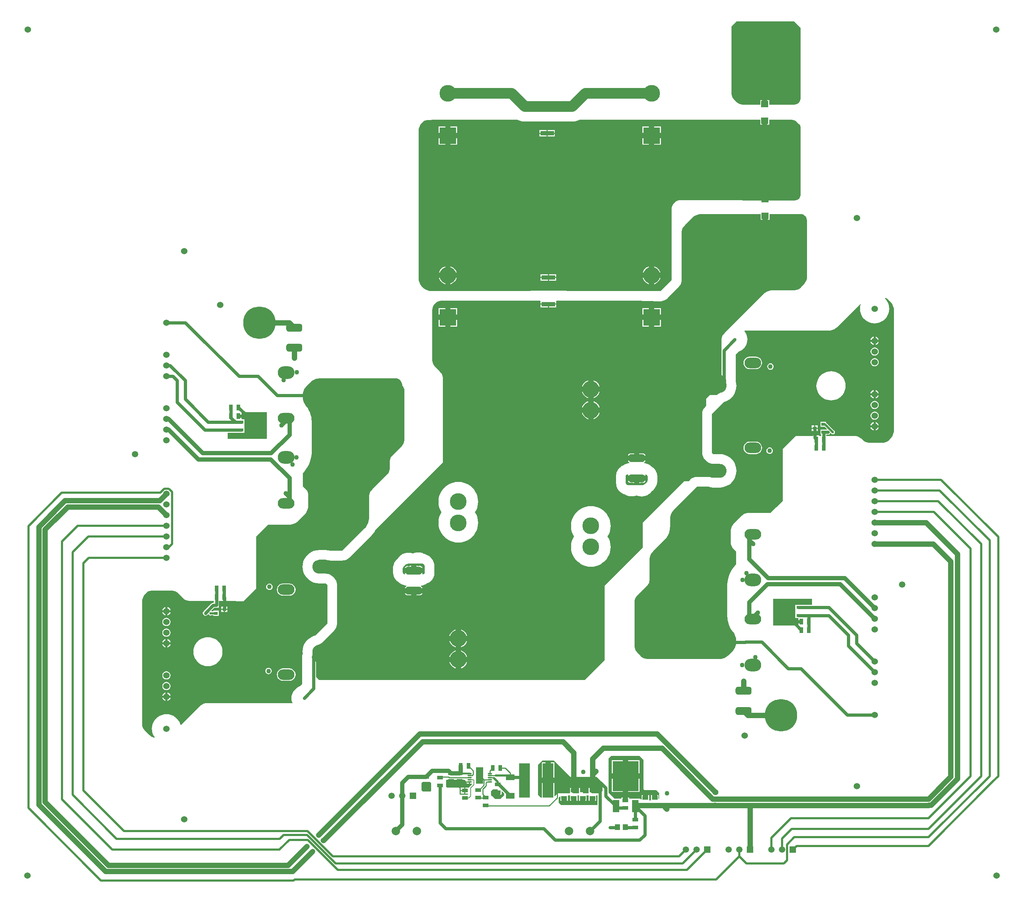
<source format=gtl>
G04*
G04 #@! TF.GenerationSoftware,Altium Limited,Altium Designer,18.0.12 (696)*
G04*
G04 Layer_Physical_Order=1*
G04 Layer_Color=255*
%FSLAX23Y23*%
%MOIN*%
G70*
G01*
G75*
%ADD16C,0.010*%
%ADD18C,0.006*%
%ADD50R,0.055X0.037*%
%ADD51R,0.055X0.035*%
%ADD52R,0.066X0.060*%
%ADD53R,0.035X0.031*%
%ADD54R,0.035X0.055*%
%ADD55R,0.045X0.057*%
G04:AMPARAMS|DCode=56|XSize=71mil|YSize=150mil|CornerRadius=18mil|HoleSize=0mil|Usage=FLASHONLY|Rotation=270.000|XOffset=0mil|YOffset=0mil|HoleType=Round|Shape=RoundedRectangle|*
%AMROUNDEDRECTD56*
21,1,0.071,0.114,0,0,270.0*
21,1,0.035,0.150,0,0,270.0*
1,1,0.035,-0.057,-0.018*
1,1,0.035,-0.057,0.018*
1,1,0.035,0.057,0.018*
1,1,0.035,0.057,-0.018*
%
%ADD56ROUNDEDRECTD56*%
G04:AMPARAMS|DCode=57|XSize=79mil|YSize=39mil|CornerRadius=10mil|HoleSize=0mil|Usage=FLASHONLY|Rotation=90.000|XOffset=0mil|YOffset=0mil|HoleType=Round|Shape=RoundedRectangle|*
%AMROUNDEDRECTD57*
21,1,0.079,0.020,0,0,90.0*
21,1,0.059,0.039,0,0,90.0*
1,1,0.020,0.010,0.030*
1,1,0.020,0.010,-0.030*
1,1,0.020,-0.010,-0.030*
1,1,0.020,-0.010,0.030*
%
%ADD57ROUNDEDRECTD57*%
G04:AMPARAMS|DCode=58|XSize=79mil|YSize=39mil|CornerRadius=10mil|HoleSize=0mil|Usage=FLASHONLY|Rotation=0.000|XOffset=0mil|YOffset=0mil|HoleType=Round|Shape=RoundedRectangle|*
%AMROUNDEDRECTD58*
21,1,0.079,0.020,0,0,0.0*
21,1,0.059,0.039,0,0,0.0*
1,1,0.020,0.030,-0.010*
1,1,0.020,-0.030,-0.010*
1,1,0.020,-0.030,0.010*
1,1,0.020,0.030,0.010*
%
%ADD58ROUNDEDRECTD58*%
%ADD59R,0.083X0.055*%
%ADD60R,0.102X0.323*%
%ADD61R,0.125X0.040*%
%ADD62R,0.037X0.055*%
G04:AMPARAMS|DCode=63|XSize=12mil|YSize=40mil|CornerRadius=3mil|HoleSize=0mil|Usage=FLASHONLY|Rotation=270.000|XOffset=0mil|YOffset=0mil|HoleType=Round|Shape=RoundedRectangle|*
%AMROUNDEDRECTD63*
21,1,0.012,0.034,0,0,270.0*
21,1,0.006,0.040,0,0,270.0*
1,1,0.006,-0.017,-0.003*
1,1,0.006,-0.017,0.003*
1,1,0.006,0.017,0.003*
1,1,0.006,0.017,-0.003*
%
%ADD63ROUNDEDRECTD63*%
%ADD64R,0.068X0.157*%
%ADD65R,0.244X0.283*%
%ADD66R,0.063X0.118*%
%ADD67C,0.030*%
%ADD68C,0.040*%
%ADD69C,0.039*%
%ADD70C,0.394*%
%ADD71C,0.050*%
%ADD72C,0.020*%
%ADD73C,0.015*%
%ADD74C,0.100*%
%ADD75O,0.157X0.118*%
%ADD76O,0.157X0.098*%
%ADD77C,0.059*%
%ADD78R,0.059X0.059*%
%ADD79C,0.060*%
%ADD80C,0.079*%
%ADD81C,0.118*%
%ADD82C,0.043*%
%ADD83C,0.303*%
%ADD84C,0.157*%
%ADD85R,0.157X0.157*%
%ADD86C,0.055*%
%ADD87C,0.047*%
%ADD88C,0.024*%
%ADD89C,0.020*%
G36*
X7426Y8128D02*
Y7516D01*
X7426Y7468D01*
X7426Y7468D01*
Y7462D01*
X7423Y7451D01*
X7419Y7441D01*
X7413Y7431D01*
X7409Y7427D01*
X7404Y7422D01*
X7393Y7415D01*
X7380Y7410D01*
X7367Y7407D01*
X7360Y7407D01*
X7132D01*
Y7451D01*
X7115D01*
Y7414D01*
X7066D01*
Y7451D01*
X7050D01*
Y7407D01*
X6886D01*
X6867Y7411D01*
X6849Y7418D01*
X6832Y7429D01*
X6808Y7454D01*
X6808Y7454D01*
X6808Y7454D01*
X6801Y7460D01*
X6791Y7475D01*
X6784Y7492D01*
X6781Y7510D01*
X6781Y7519D01*
Y8140D01*
X6828Y8187D01*
X7367D01*
X7426Y8128D01*
D02*
G37*
G36*
X7330Y7268D02*
X7330Y7268D01*
X7340Y7268D01*
X7359Y7264D01*
X7377Y7257D01*
X7394Y7246D01*
X7401Y7239D01*
X7411Y7229D01*
X7414Y7225D01*
X7414Y7225D01*
X7414Y7225D01*
X7416Y7223D01*
X7419Y7220D01*
X7422Y7215D01*
X7425Y7209D01*
X7426Y7202D01*
X7426Y7198D01*
X7426Y6564D01*
X7426Y6564D01*
X7426Y6559D01*
X7425Y6550D01*
X7421Y6542D01*
X7416Y6534D01*
X7413Y6531D01*
X7408Y6526D01*
X7396Y6518D01*
X7383Y6513D01*
X7369Y6510D01*
X7362Y6510D01*
X7136D01*
Y6562D01*
X7120D01*
Y6524D01*
X7071D01*
Y6562D01*
X7054D01*
Y6510D01*
X6887D01*
X6883Y6514D01*
X6295Y6514D01*
X6295Y6514D01*
X6288Y6513D01*
X6276Y6511D01*
X6265Y6506D01*
X6254Y6499D01*
X6250Y6495D01*
X6243Y6489D01*
X6243Y6489D01*
X6238Y6482D01*
X6230Y6469D01*
X6224Y6453D01*
X6221Y6437D01*
X6221Y6429D01*
X6221Y5768D01*
X6119Y5666D01*
X5237D01*
Y5668D01*
X4899D01*
Y5666D01*
X3967D01*
X3957Y5666D01*
X3938Y5670D01*
X3920Y5677D01*
X3904Y5688D01*
X3897Y5695D01*
X3884Y5707D01*
X3877Y5714D01*
X3866Y5731D01*
X3859Y5749D01*
X3855Y5768D01*
Y5778D01*
Y7148D01*
X3855Y7163D01*
X3855Y7168D01*
X3855Y7168D01*
X3855Y7168D01*
X3855Y7177D01*
X3859Y7197D01*
X3866Y7215D01*
X3877Y7231D01*
X3884Y7238D01*
X3894Y7248D01*
X3906Y7257D01*
X3920Y7262D01*
X3935Y7265D01*
X3943Y7265D01*
X3970Y7265D01*
X3973Y7268D01*
X4778D01*
X4782Y7265D01*
X4803Y7257D01*
X4824Y7252D01*
X4847Y7250D01*
X5290D01*
X5312Y7252D01*
X5334Y7257D01*
X5354Y7265D01*
X5359Y7268D01*
X7050D01*
Y7221D01*
X7066D01*
Y7258D01*
X7115D01*
Y7221D01*
X7132D01*
Y7268D01*
X7330D01*
X7330Y7268D01*
D02*
G37*
G36*
X6489Y6383D02*
X7054Y6383D01*
Y6331D01*
X7071D01*
Y6369D01*
X7120D01*
Y6331D01*
X7136D01*
Y6383D01*
X7435Y6383D01*
X7435Y6383D01*
X7435Y6383D01*
X7440Y6383D01*
X7449Y6381D01*
X7457Y6377D01*
X7465Y6372D01*
X7468Y6369D01*
X7473Y6364D01*
X7479Y6351D01*
X7484Y6338D01*
X7487Y6324D01*
X7487Y6317D01*
X7487Y6317D01*
X7487Y6216D01*
X7487Y5798D01*
X7487Y5798D01*
X7487Y5789D01*
X7483Y5769D01*
X7475Y5751D01*
X7464Y5735D01*
X7457Y5728D01*
X7429Y5699D01*
X7422Y5692D01*
X7406Y5681D01*
X7387Y5674D01*
X7368Y5670D01*
X7358D01*
X7165Y5670D01*
X7156Y5670D01*
X7156Y5670D01*
X7146Y5670D01*
X7127Y5666D01*
X7109Y5658D01*
X7093Y5647D01*
X7085Y5641D01*
X6716Y5271D01*
X6709Y5264D01*
X6698Y5248D01*
X6691Y5230D01*
X6687Y5210D01*
X6687Y5201D01*
Y4880D01*
X6729Y4837D01*
Y4816D01*
X6730Y4815D01*
X6730Y4813D01*
X6731Y4806D01*
X6731Y4799D01*
X6732Y4797D01*
X6732Y4795D01*
X6734Y4788D01*
X6735Y4778D01*
X6734Y4767D01*
X6731Y4758D01*
X6728Y4748D01*
X6722Y4740D01*
X6716Y4732D01*
X6708Y4725D01*
X6699Y4720D01*
X6690Y4716D01*
X6687Y4715D01*
X6681Y4713D01*
X6674Y4711D01*
X6672Y4710D01*
X6671Y4710D01*
X6664Y4706D01*
X6658Y4703D01*
X6657Y4701D01*
X6655Y4701D01*
X6650Y4696D01*
X6644Y4691D01*
X6644Y4691D01*
X6576D01*
X6544Y4659D01*
X6544Y4631D01*
Y4591D01*
X6532Y4579D01*
X6521Y4566D01*
X6513Y4550D01*
X6507Y4533D01*
X6507Y4524D01*
X6506Y4515D01*
X6506Y4515D01*
Y4152D01*
X6506Y4152D01*
X6507Y4143D01*
X6507Y4134D01*
X6513Y4117D01*
X6521Y4101D01*
X6532Y4088D01*
X6532Y4088D01*
X6546Y4074D01*
X6549Y4072D01*
X6551Y4069D01*
X6556Y4066D01*
X6560Y4063D01*
X6563Y4061D01*
X6566Y4059D01*
X6571Y4057D01*
X6575Y4054D01*
X6579Y4053D01*
X6582Y4052D01*
X6587Y4051D01*
X6593Y4049D01*
X6596Y4049D01*
X6600Y4048D01*
X6605Y4048D01*
X6610Y4047D01*
X6611Y4047D01*
X6611Y4047D01*
X6666D01*
X6680Y4046D01*
X6690Y4044D01*
X6699Y4040D01*
X6708Y4035D01*
X6716Y4028D01*
X6722Y4020D01*
X6728Y4012D01*
X6731Y4002D01*
X6734Y3993D01*
X6735Y3982D01*
X6734Y3972D01*
X6731Y3962D01*
X6728Y3953D01*
X6722Y3944D01*
X6716Y3937D01*
X6708Y3930D01*
X6699Y3925D01*
X6690Y3921D01*
X6680Y3919D01*
X6666Y3917D01*
X6614D01*
X6601Y3919D01*
X6584Y3922D01*
X6582Y3923D01*
X6581Y3923D01*
X6574Y3924D01*
X6566Y3925D01*
X6565Y3925D01*
X6563Y3925D01*
X6457D01*
X6439Y3923D01*
X6422Y3918D01*
X6406Y3910D01*
X6398Y3903D01*
X6392Y3898D01*
X6392Y3898D01*
X6380Y3886D01*
X6337D01*
X5949Y3498D01*
Y3261D01*
X5595Y2907D01*
Y2212D01*
X5407Y2024D01*
X2923D01*
X2894Y2053D01*
Y2193D01*
X2855Y2232D01*
Y2234D01*
X2855Y2240D01*
X2858Y2249D01*
X2858Y2251D01*
X2858Y2253D01*
X2859Y2256D01*
X2860Y2260D01*
X2860Y2263D01*
X2860Y2267D01*
X2860Y2269D01*
X2860Y2271D01*
X2860Y2274D01*
X2860Y2278D01*
X2859Y2290D01*
X2860Y2300D01*
X2862Y2310D01*
X2866Y2319D01*
X2871Y2328D01*
X2878Y2335D01*
X2886Y2342D01*
X2894Y2347D01*
X2904Y2351D01*
X2908Y2352D01*
X2915Y2355D01*
X2922Y2357D01*
X2924Y2358D01*
X2925Y2358D01*
X2931Y2362D01*
X2938Y2365D01*
X2939Y2366D01*
X2941Y2367D01*
X2946Y2372D01*
X2952Y2377D01*
X3063Y2488D01*
X3074Y2502D01*
X3083Y2517D01*
X3088Y2534D01*
X3089Y2543D01*
X3090Y2552D01*
X3090Y2552D01*
Y2915D01*
X3090Y2915D01*
X3089Y2924D01*
X3088Y2933D01*
X3083Y2950D01*
X3074Y2966D01*
X3063Y2980D01*
X3063Y2980D01*
X3049Y2993D01*
X3046Y2996D01*
X3044Y2998D01*
X3040Y3001D01*
X3035Y3005D01*
X3032Y3006D01*
X3029Y3008D01*
X3024Y3011D01*
X3020Y3013D01*
X3016Y3014D01*
X3013Y3016D01*
X3008Y3017D01*
X3003Y3018D01*
X2999Y3019D01*
X2996Y3019D01*
X2990Y3019D01*
X2985Y3020D01*
X2983Y3020D01*
X2983Y3020D01*
X2927D01*
X2914Y3021D01*
X2904Y3023D01*
X2894Y3027D01*
X2886Y3032D01*
X2878Y3039D01*
X2871Y3047D01*
X2866Y3055D01*
X2862Y3065D01*
X2860Y3075D01*
X2859Y3085D01*
X2860Y3095D01*
X2862Y3105D01*
X2866Y3114D01*
X2871Y3123D01*
X2878Y3131D01*
X2886Y3137D01*
X2894Y3142D01*
X2904Y3146D01*
X2914Y3149D01*
X2927Y3150D01*
X2979D01*
X2993Y3149D01*
X3009Y3145D01*
X3011Y3145D01*
X3013Y3144D01*
X3020Y3143D01*
X3027Y3142D01*
X3029Y3142D01*
X3031Y3142D01*
X3139D01*
X3139Y3142D01*
X3148Y3143D01*
X3156Y3144D01*
X3173Y3149D01*
X3189Y3158D01*
X3203Y3169D01*
X3203Y3169D01*
X3409Y3375D01*
X3414Y3379D01*
X3416Y3383D01*
X3420Y3386D01*
X3429Y3397D01*
X3431Y3400D01*
X3434Y3404D01*
X3442Y3415D01*
X3445Y3419D01*
X3447Y3423D01*
X3453Y3434D01*
X4081Y4061D01*
X4081Y4837D01*
X4081Y4842D01*
X4081Y4842D01*
X4081Y4842D01*
X4080Y4851D01*
X4076Y4871D01*
X4069Y4889D01*
X4058Y4905D01*
X4051Y4912D01*
X4039Y4925D01*
X4019Y4945D01*
X4008Y4958D01*
X4008D01*
X4001Y4965D01*
X3990Y4981D01*
X3983Y4999D01*
X3979Y5019D01*
X3979Y5028D01*
Y5477D01*
X3979Y5486D01*
X3983Y5506D01*
X3990Y5524D01*
X4001Y5540D01*
X4005Y5544D01*
X4008Y5547D01*
X4009Y5548D01*
X4009Y5548D01*
X4015Y5554D01*
X4029Y5564D01*
X4046Y5571D01*
X4063Y5574D01*
X4071Y5574D01*
X4991Y5574D01*
X4995Y5569D01*
Y5547D01*
X5068D01*
X5140D01*
Y5569D01*
X5140Y5572D01*
X5144Y5574D01*
X5886Y5574D01*
X6107Y5569D01*
X6112Y5569D01*
X6112Y5569D01*
X6122Y5569D01*
X6141Y5573D01*
X6159Y5581D01*
X6176Y5592D01*
X6183Y5598D01*
X6284Y5700D01*
X6284D01*
X6284Y5700D01*
X6291Y5707D01*
X6302Y5723D01*
X6309Y5741D01*
X6313Y5761D01*
X6314Y5770D01*
X6314Y6001D01*
Y6208D01*
X6314Y6217D01*
X6318Y6237D01*
X6325Y6255D01*
X6336Y6271D01*
X6343Y6278D01*
X6418Y6354D01*
X6425Y6361D01*
X6442Y6372D01*
X6460Y6379D01*
X6479Y6383D01*
X6489Y6383D01*
D02*
G37*
G36*
X8220Y5600D02*
X8232Y5595D01*
X8243Y5587D01*
X8270Y5561D01*
X8270Y5561D01*
X8277Y5554D01*
X8288Y5537D01*
X8295Y5519D01*
X8299Y5500D01*
X8299Y5490D01*
X8299Y4356D01*
X8299Y4356D01*
X8299Y4347D01*
X8295Y4327D01*
X8288Y4309D01*
X8277Y4293D01*
X8256Y4272D01*
X8256Y4272D01*
X8249Y4265D01*
X8234Y4255D01*
X8217Y4248D01*
X8199Y4244D01*
X8077D01*
X8067Y4244D01*
X8048Y4248D01*
X8029Y4255D01*
X8013Y4266D01*
X8006Y4273D01*
X8000Y4280D01*
X8000Y4280D01*
X7993Y4286D01*
X7978Y4296D01*
X7961Y4303D01*
X7943Y4307D01*
X7934Y4307D01*
X7862Y4307D01*
X7668D01*
Y4311D01*
X7666D01*
Y4320D01*
X7683D01*
X7692Y4322D01*
X7700Y4327D01*
X7705Y4334D01*
X7705Y4334D01*
X7707Y4334D01*
X7710Y4334D01*
X7713Y4329D01*
X7720Y4325D01*
X7728Y4323D01*
X7735Y4325D01*
X7742Y4329D01*
X7746Y4336D01*
X7748Y4343D01*
X7746Y4351D01*
X7742Y4358D01*
X7741Y4359D01*
X7741Y4359D01*
X7668Y4431D01*
X7664Y4434D01*
Y4442D01*
X7612D01*
Y4395D01*
X7653D01*
X7676Y4372D01*
X7674Y4367D01*
X7664D01*
Y4367D01*
X7612D01*
Y4320D01*
X7619D01*
Y4311D01*
X7617D01*
Y4307D01*
X7600D01*
Y4313D01*
X7545D01*
Y4307D01*
X7382D01*
X7341Y4267D01*
X7259Y4185D01*
X7259Y4185D01*
X7259Y3698D01*
X7144Y3588D01*
X6941Y3588D01*
X6941Y3588D01*
X6932Y3588D01*
X6913Y3584D01*
X6896Y3577D01*
X6881Y3566D01*
X6874Y3560D01*
X6809Y3495D01*
X6805Y3491D01*
X6797Y3482D01*
X6791Y3472D01*
X6785Y3462D01*
X6781Y3451D01*
X6777Y3439D01*
X6775Y3428D01*
X6774Y3416D01*
X6774Y3410D01*
Y3310D01*
X6774Y3302D01*
X6777Y3288D01*
X6783Y3274D01*
X6791Y3261D01*
X6796Y3255D01*
X6824Y3228D01*
X6824Y3109D01*
X6816Y3100D01*
X6811Y3091D01*
X6796Y3074D01*
X6781Y3050D01*
X6768Y3026D01*
X6757Y3000D01*
X6749Y2973D01*
X6743Y2946D01*
X6741Y2918D01*
X6740Y2904D01*
X6740Y2630D01*
X6740Y2630D01*
X6741Y2621D01*
X6742Y2603D01*
X6745Y2585D01*
X6749Y2567D01*
X6754Y2549D01*
X6761Y2532D01*
X6768Y2515D01*
X6777Y2499D01*
X6782Y2491D01*
X6782Y2491D01*
X6787Y2486D01*
X6796Y2476D01*
X6803Y2464D01*
X6810Y2451D01*
X6815Y2438D01*
X6820Y2425D01*
X6822Y2411D01*
X6824Y2397D01*
X6824Y2390D01*
X6824Y2386D01*
X6824Y2376D01*
X6824Y2375D01*
X6824Y2375D01*
Y2375D01*
X6824Y2375D01*
X6824Y2369D01*
X6823Y2359D01*
X6821Y2348D01*
X6817Y2338D01*
X6813Y2328D01*
X6808Y2319D01*
X6803Y2310D01*
X6796Y2301D01*
X6792Y2297D01*
X6753Y2259D01*
X6749Y2255D01*
X6745Y2251D01*
X6736Y2243D01*
X6727Y2237D01*
X6716Y2231D01*
X6706Y2227D01*
X6694Y2223D01*
X6683Y2221D01*
X6671Y2220D01*
X5992D01*
X5972Y2224D01*
X5954Y2231D01*
X5938Y2242D01*
X5931Y2249D01*
X5903Y2277D01*
X5903D01*
X5896Y2284D01*
X5885Y2300D01*
X5878Y2318D01*
X5874Y2338D01*
Y2347D01*
Y2763D01*
Y2769D01*
X5877Y2782D01*
X5882Y2794D01*
X5889Y2805D01*
X5894Y2810D01*
X5992Y2908D01*
X5992D01*
X5992Y2908D01*
X5997Y2913D01*
X6004Y2924D01*
X6009Y2936D01*
X6011Y2949D01*
X6012Y2955D01*
X6012Y2986D01*
X6012Y3141D01*
X6012Y3141D01*
X6012Y3141D01*
X6012Y3147D01*
X6013Y3160D01*
X6016Y3173D01*
X6019Y3185D01*
X6024Y3197D01*
X6030Y3208D01*
X6038Y3219D01*
X6046Y3229D01*
X6050Y3234D01*
X6158Y3341D01*
X6163Y3347D01*
X6173Y3359D01*
X6182Y3373D01*
X6190Y3387D01*
X6196Y3402D01*
X6201Y3417D01*
X6204Y3433D01*
X6205Y3449D01*
X6206Y3457D01*
X6206Y3492D01*
X6206Y3527D01*
X6206Y3527D01*
X6206Y3527D01*
X6206Y3534D01*
X6207Y3548D01*
X6211Y3561D01*
X6215Y3575D01*
X6221Y3588D01*
X6227Y3600D01*
X6236Y3612D01*
X6245Y3622D01*
X6250Y3627D01*
X6457Y3834D01*
X6563D01*
X6586Y3828D01*
X6611Y3826D01*
X6670D01*
X6694Y3828D01*
X6718Y3834D01*
X6741Y3843D01*
X6762Y3856D01*
X6780Y3872D01*
X6796Y3891D01*
X6809Y3912D01*
X6818Y3934D01*
X6824Y3958D01*
X6826Y3982D01*
X6824Y4007D01*
X6818Y4031D01*
X6809Y4053D01*
X6796Y4074D01*
X6780Y4093D01*
X6762Y4109D01*
X6741Y4121D01*
X6718Y4131D01*
X6694Y4137D01*
X6670Y4138D01*
X6611D01*
X6610Y4138D01*
X6597Y4152D01*
Y4515D01*
X6709Y4627D01*
X6718Y4629D01*
X6741Y4639D01*
X6762Y4651D01*
X6780Y4667D01*
X6796Y4686D01*
X6809Y4707D01*
X6818Y4729D01*
X6824Y4753D01*
X6826Y4778D01*
X6824Y4802D01*
X6820Y4816D01*
Y5071D01*
X6848Y5099D01*
X6865Y5106D01*
X6881Y5116D01*
X6895Y5128D01*
X6907Y5142D01*
X6917Y5158D01*
X6924Y5175D01*
X6928Y5193D01*
X6930Y5212D01*
X6928Y5230D01*
X6924Y5248D01*
X6917Y5265D01*
X6907Y5281D01*
X6900Y5290D01*
X6902Y5294D01*
X6980D01*
X7690Y5295D01*
X7695Y5295D01*
X7695Y5295D01*
X7695Y5295D01*
X7705Y5296D01*
X7724Y5300D01*
X7742Y5307D01*
X7758Y5318D01*
X7766Y5325D01*
X7983Y5542D01*
X7989Y5541D01*
X7989Y5541D01*
X7984Y5520D01*
X7982Y5499D01*
X7984Y5478D01*
X7989Y5457D01*
X7997Y5437D01*
X8008Y5419D01*
X8022Y5402D01*
X8039Y5388D01*
X8057Y5377D01*
X8077Y5369D01*
X8098Y5364D01*
X8119Y5362D01*
X8140Y5364D01*
X8161Y5369D01*
X8181Y5377D01*
X8199Y5388D01*
X8216Y5402D01*
X8230Y5419D01*
X8241Y5437D01*
X8249Y5457D01*
X8254Y5478D01*
X8256Y5499D01*
X8254Y5520D01*
X8249Y5541D01*
X8241Y5561D01*
X8230Y5579D01*
X8216Y5596D01*
X8216Y5596D01*
X8219Y5600D01*
X8220Y5600D01*
D02*
G37*
G36*
X3644Y4847D02*
X3649Y4847D01*
X3658Y4845D01*
X3666Y4842D01*
X3674Y4837D01*
X3677Y4834D01*
X3682Y4828D01*
X3691Y4816D01*
X3697Y4802D01*
X3700Y4788D01*
X3701Y4780D01*
X3706Y4774D01*
X3713Y4759D01*
X3719Y4744D01*
X3721Y4728D01*
X3721Y4720D01*
X3721D01*
X3721Y4720D01*
X3721Y4281D01*
X3721Y4271D01*
X3717Y4252D01*
X3710Y4234D01*
X3699Y4218D01*
X3692Y4211D01*
X3613Y4132D01*
X3606Y4124D01*
X3595Y4108D01*
X3588Y4090D01*
X3584Y4071D01*
X3584Y4061D01*
X3584Y4061D01*
X3584Y4061D01*
X3584Y4014D01*
X3584Y4004D01*
X3580Y3985D01*
X3572Y3966D01*
X3561Y3950D01*
X3554Y3943D01*
X3419Y3808D01*
X3412Y3800D01*
X3401Y3784D01*
X3394Y3766D01*
X3390Y3747D01*
X3390Y3737D01*
Y3575D01*
X3390Y3541D01*
X3389Y3534D01*
X3388Y3520D01*
X3385Y3506D01*
X3380Y3492D01*
X3375Y3480D01*
X3368Y3467D01*
X3360Y3456D01*
X3351Y3445D01*
X3345Y3440D01*
X3345Y3440D01*
X3345Y3440D01*
X3345Y3440D01*
X3139Y3233D01*
X3031D01*
X3007Y3239D01*
X2983Y3241D01*
X2924D01*
X2899Y3239D01*
X2875Y3233D01*
X2853Y3224D01*
X2832Y3211D01*
X2813Y3195D01*
X2797Y3176D01*
X2785Y3156D01*
X2775Y3133D01*
X2770Y3109D01*
X2768Y3085D01*
X2770Y3060D01*
X2775Y3037D01*
X2785Y3014D01*
X2797Y2993D01*
X2813Y2975D01*
X2832Y2959D01*
X2853Y2946D01*
X2875Y2936D01*
X2899Y2931D01*
X2924Y2929D01*
X2983D01*
X2985Y2929D01*
X2999Y2915D01*
Y2552D01*
X2887Y2441D01*
X2875Y2438D01*
X2853Y2429D01*
X2832Y2416D01*
X2813Y2400D01*
X2797Y2381D01*
X2785Y2360D01*
X2775Y2338D01*
X2770Y2314D01*
X2768Y2290D01*
X2769Y2271D01*
X2769Y2271D01*
X2765Y2254D01*
X2764Y2238D01*
Y1987D01*
X2745Y1968D01*
X2729Y1961D01*
X2713Y1952D01*
X2699Y1939D01*
X2687Y1925D01*
X2677Y1909D01*
X2670Y1892D01*
X2665Y1874D01*
X2664Y1856D01*
X2665Y1837D01*
X2670Y1819D01*
X2673Y1812D01*
X2670Y1808D01*
X2148Y1808D01*
X1873D01*
X1873Y1808D01*
X1863Y1808D01*
X1844Y1804D01*
X1826Y1796D01*
X1810Y1785D01*
X1802Y1779D01*
X1630Y1606D01*
X1625Y1608D01*
X1624Y1611D01*
X1616Y1630D01*
X1605Y1649D01*
X1591Y1665D01*
X1575Y1679D01*
X1556Y1690D01*
X1537Y1698D01*
X1516Y1703D01*
X1494Y1705D01*
X1473Y1703D01*
X1452Y1698D01*
X1432Y1690D01*
X1414Y1679D01*
X1398Y1665D01*
X1384Y1649D01*
X1372Y1630D01*
X1364Y1611D01*
X1359Y1590D01*
X1358Y1568D01*
X1359Y1547D01*
X1364Y1526D01*
X1372Y1506D01*
X1382Y1491D01*
X1379Y1486D01*
X1371Y1488D01*
X1352Y1496D01*
X1336Y1507D01*
X1329Y1514D01*
X1291Y1551D01*
X1291Y1551D01*
X1291Y1551D01*
X1286Y1557D01*
X1277Y1570D01*
X1271Y1585D01*
X1268Y1600D01*
Y1608D01*
Y2762D01*
X1268Y2772D01*
X1272Y2791D01*
X1279Y2809D01*
X1290Y2825D01*
X1309Y2844D01*
X1322Y2853D01*
X1337Y2859D01*
X1352Y2862D01*
X1360Y2862D01*
X1537Y2862D01*
X1537Y2862D01*
X1537Y2862D01*
X1547Y2862D01*
X1566Y2858D01*
X1585Y2851D01*
X1601Y2840D01*
X1608Y2833D01*
X1648Y2793D01*
X1648Y2793D01*
Y2793D01*
X1655Y2786D01*
X1671Y2776D01*
X1690Y2768D01*
X1709Y2764D01*
X1719Y2764D01*
X1831Y2763D01*
X1938D01*
Y2748D01*
X1932D01*
Y2747D01*
X1931D01*
X1922Y2745D01*
X1915Y2740D01*
X1842Y2668D01*
X1837Y2660D01*
X1835Y2651D01*
Y2649D01*
X1837Y2640D01*
X1842Y2632D01*
X1850Y2627D01*
X1859Y2626D01*
X1868Y2627D01*
X1875Y2632D01*
X1880Y2639D01*
X1882Y2642D01*
X1888Y2640D01*
X1891Y2635D01*
X1898Y2630D01*
X1906Y2629D01*
X1913Y2630D01*
X1914Y2631D01*
X1932D01*
Y2625D01*
X1983D01*
Y2673D01*
X1932D01*
Y2667D01*
X1915D01*
X1913Y2670D01*
X1913Y2672D01*
X1941Y2700D01*
X1983D01*
Y2719D01*
X1983Y2719D01*
X1985Y2728D01*
X1985Y2728D01*
Y2763D01*
X2144D01*
X2148Y2760D01*
Y2760D01*
X2213Y2760D01*
X2254Y2801D01*
X2335Y2881D01*
X2335Y3369D01*
X2445Y3479D01*
X2596Y3479D01*
X2652D01*
X2662Y3480D01*
X2680Y3483D01*
X2697Y3491D01*
X2713Y3501D01*
X2720Y3507D01*
X2720Y3507D01*
X2785Y3572D01*
X2789Y3576D01*
X2796Y3585D01*
X2803Y3595D01*
X2808Y3606D01*
X2813Y3617D01*
X2816Y3628D01*
X2819Y3640D01*
X2820Y3651D01*
X2820Y3657D01*
X2820Y3657D01*
X2820Y3757D01*
X2819Y3765D01*
X2817Y3780D01*
X2811Y3794D01*
X2802Y3806D01*
X2797Y3812D01*
X2797Y3812D01*
X2770Y3839D01*
X2770Y3958D01*
X2777Y3967D01*
X2783Y3976D01*
X2797Y3994D01*
X2813Y4017D01*
X2826Y4042D01*
X2837Y4067D01*
X2845Y4094D01*
X2850Y4122D01*
X2853Y4149D01*
X2853Y4163D01*
X2853Y4163D01*
X2853Y4437D01*
X2853Y4446D01*
X2851Y4465D01*
X2849Y4483D01*
X2844Y4501D01*
X2839Y4518D01*
X2833Y4535D01*
X2825Y4552D01*
X2817Y4568D01*
X2812Y4576D01*
Y4576D01*
X2807Y4581D01*
X2798Y4592D01*
X2790Y4603D01*
X2783Y4616D01*
X2778Y4629D01*
X2774Y4642D01*
X2771Y4656D01*
X2770Y4670D01*
X2770Y4677D01*
X2770Y4691D01*
X2770Y4691D01*
X2770Y4692D01*
X2770Y4692D01*
X2770Y4692D01*
X2770Y4692D01*
Y4698D01*
X2771Y4708D01*
X2773Y4719D01*
X2776Y4729D01*
X2780Y4739D01*
X2785Y4749D01*
X2791Y4758D01*
X2798Y4766D01*
X2801Y4770D01*
X2840Y4809D01*
X2844Y4812D01*
X2848Y4817D01*
X2857Y4824D01*
X2867Y4830D01*
X2877Y4836D01*
X2888Y4840D01*
X2899Y4844D01*
X2911Y4846D01*
X2922Y4847D01*
X2928Y4847D01*
X2928Y4847D01*
X2929Y4847D01*
X3644Y4847D01*
D02*
G37*
G36*
X2433Y4282D02*
X2067D01*
Y4338D01*
X2225D01*
Y4464D01*
X2196D01*
Y4491D01*
X2168D01*
Y4501D01*
X2196D01*
Y4530D01*
X2433D01*
Y4282D01*
D02*
G37*
G36*
X7535Y2729D02*
X7378D01*
Y2603D01*
X7407D01*
Y2576D01*
X7435D01*
Y2566D01*
X7407D01*
Y2536D01*
X7169D01*
Y2784D01*
X7535D01*
Y2729D01*
D02*
G37*
G36*
X3971Y1060D02*
Y989D01*
X3963Y981D01*
X3893D01*
X3881Y993D01*
Y1060D01*
X3893Y1072D01*
X3960D01*
X3971Y1060D01*
D02*
G37*
G36*
X5132Y1259D02*
X5273Y1117D01*
X5521Y1117D01*
X5573Y1066D01*
Y987D01*
X5549Y964D01*
X5519D01*
X5515Y965D01*
Y966D01*
X5479D01*
Y991D01*
X5455D01*
Y1016D01*
X5444D01*
Y969D01*
X5440Y964D01*
X5429D01*
X5425Y965D01*
Y966D01*
X5389D01*
Y991D01*
X5365D01*
Y1016D01*
X5354D01*
Y969D01*
X5350Y964D01*
X5344D01*
X5340Y965D01*
Y966D01*
X5304D01*
Y991D01*
X5280D01*
Y1016D01*
X5269D01*
Y969D01*
X5265Y964D01*
X5254D01*
X5250Y965D01*
Y966D01*
X5177D01*
X5175Y964D01*
X5155D01*
X5128Y937D01*
X5124Y939D01*
Y1061D01*
X5006D01*
Y924D01*
X4998D01*
X4970Y952D01*
X4970Y1232D01*
X5010Y1271D01*
X5120Y1271D01*
X5132Y1259D01*
D02*
G37*
G36*
X4296Y1078D02*
X4297D01*
X4299Y1076D01*
X4330D01*
Y1071D01*
X4335D01*
Y1054D01*
X4348D01*
X4349Y1055D01*
X4352Y1050D01*
X4327Y1025D01*
Y1021D01*
X4323Y1018D01*
X4291D01*
Y990D01*
X4286D01*
D01*
X4291D01*
Y962D01*
X4314D01*
X4316Y958D01*
X4310Y951D01*
X4245D01*
X4237Y959D01*
Y1011D01*
X4231Y1017D01*
X4121D01*
X4109Y1029D01*
X4109Y1089D01*
X4112Y1092D01*
X4282D01*
X4296Y1078D01*
D02*
G37*
G36*
X5956Y1277D02*
X5956Y1017D01*
X5956Y1005D01*
X5967Y993D01*
X6078Y993D01*
X6105Y966D01*
X6105Y914D01*
X6102Y911D01*
X6097Y913D01*
Y948D01*
X6087D01*
Y922D01*
X6037D01*
Y948D01*
X6027D01*
Y899D01*
X6011D01*
Y948D01*
X6000D01*
Y922D01*
X5951D01*
Y948D01*
X5940D01*
Y909D01*
X5935Y907D01*
X5928Y914D01*
X5822Y914D01*
Y924D01*
X5811D01*
Y898D01*
X5762D01*
Y924D01*
X5751D01*
Y914D01*
X5684Y914D01*
X5629Y970D01*
X5629Y1292D01*
X5652Y1316D01*
X5916D01*
X5956Y1277D01*
D02*
G37*
G36*
X4558Y1001D02*
Y1001D01*
X4593D01*
Y976D01*
X4618D01*
Y950D01*
X4629D01*
Y982D01*
X4633Y984D01*
X4654Y963D01*
X4654Y948D01*
X4617Y911D01*
X4570D01*
X4530Y950D01*
X4530Y983D01*
X4548Y1001D01*
X4558D01*
D02*
G37*
G36*
X5527Y858D02*
X5522Y854D01*
X5187Y854D01*
X5163Y877D01*
Y924D01*
X5175Y936D01*
X5179Y934D01*
Y895D01*
X5190D01*
Y921D01*
X5239D01*
Y895D01*
X5250D01*
Y944D01*
X5269D01*
Y895D01*
X5280D01*
Y921D01*
X5329D01*
Y895D01*
X5340D01*
Y944D01*
X5354D01*
Y895D01*
X5365D01*
Y921D01*
X5414D01*
Y895D01*
X5425D01*
Y944D01*
X5444D01*
Y895D01*
X5455D01*
Y921D01*
X5504D01*
Y895D01*
X5515D01*
Y944D01*
X5527D01*
Y858D01*
D02*
G37*
%LPC*%
G36*
X5128Y7171D02*
X5061D01*
Y7146D01*
X5128D01*
Y7171D01*
D02*
G37*
G36*
X5051D02*
X4983D01*
Y7146D01*
X5051D01*
Y7171D01*
D02*
G37*
G36*
X6119Y7206D02*
X6057D01*
Y7144D01*
X6119D01*
Y7206D01*
D02*
G37*
G36*
X6008D02*
X5946D01*
Y7144D01*
X6008D01*
Y7206D01*
D02*
G37*
G36*
X4213D02*
X4151D01*
Y7144D01*
X4213D01*
Y7206D01*
D02*
G37*
G36*
X4102D02*
X4040D01*
Y7144D01*
X4102D01*
Y7206D01*
D02*
G37*
G36*
X5128Y7136D02*
X5061D01*
Y7111D01*
X5128D01*
Y7136D01*
D02*
G37*
G36*
X5051D02*
X4983D01*
Y7111D01*
X5051D01*
Y7136D01*
D02*
G37*
G36*
X6119Y7095D02*
X6057D01*
Y7033D01*
X6119D01*
Y7095D01*
D02*
G37*
G36*
X6008D02*
X5946D01*
Y7033D01*
X6008D01*
Y7095D01*
D02*
G37*
G36*
X4213Y7095D02*
X4151D01*
Y7033D01*
X4213D01*
Y7095D01*
D02*
G37*
G36*
X4102D02*
X4040D01*
Y7033D01*
X4102D01*
Y7095D01*
D02*
G37*
G36*
X6057Y5895D02*
Y5837D01*
X6115D01*
X6113Y5845D01*
X6105Y5860D01*
X6094Y5874D01*
X6081Y5884D01*
X6066Y5892D01*
X6057Y5895D01*
D02*
G37*
G36*
X6008Y5895D02*
X5999Y5892D01*
X5984Y5884D01*
X5971Y5874D01*
X5960Y5860D01*
X5952Y5845D01*
X5949Y5837D01*
X6008D01*
Y5895D01*
D02*
G37*
G36*
X4151Y5895D02*
Y5837D01*
X4210D01*
X4207Y5845D01*
X4199Y5860D01*
X4188Y5874D01*
X4175Y5884D01*
X4160Y5892D01*
X4151Y5895D01*
D02*
G37*
G36*
X4102Y5895D02*
X4093Y5892D01*
X4078Y5884D01*
X4065Y5874D01*
X4054Y5860D01*
X4046Y5845D01*
X4044Y5837D01*
X4102D01*
Y5895D01*
D02*
G37*
G36*
X5140Y5822D02*
X5073D01*
Y5797D01*
X5140D01*
Y5822D01*
D02*
G37*
G36*
X5063D02*
X4995D01*
Y5797D01*
X5063D01*
Y5822D01*
D02*
G37*
G36*
X5140Y5787D02*
X5073D01*
Y5762D01*
X5140D01*
Y5787D01*
D02*
G37*
G36*
X5063D02*
X4995D01*
Y5762D01*
X5063D01*
Y5787D01*
D02*
G37*
G36*
X6115Y5787D02*
X6057D01*
Y5729D01*
X6066Y5732D01*
X6081Y5740D01*
X6094Y5751D01*
X6105Y5764D01*
X6113Y5779D01*
X6115Y5787D01*
D02*
G37*
G36*
X4210Y5787D02*
X4151D01*
Y5729D01*
X4160Y5732D01*
X4175Y5740D01*
X4188Y5751D01*
X4199Y5764D01*
X4207Y5779D01*
X4210Y5787D01*
D02*
G37*
G36*
X4102D02*
X4044D01*
X4046Y5779D01*
X4054Y5764D01*
X4065Y5751D01*
X4078Y5740D01*
X4093Y5732D01*
X4102Y5729D01*
Y5787D01*
D02*
G37*
G36*
X6008Y5787D02*
X5949D01*
X5952Y5779D01*
X5960Y5764D01*
X5971Y5751D01*
X5984Y5740D01*
X5999Y5732D01*
X6008Y5729D01*
Y5787D01*
D02*
G37*
G36*
X5140Y5537D02*
X5073D01*
Y5512D01*
X5140D01*
Y5537D01*
D02*
G37*
G36*
X5063D02*
X4995D01*
Y5512D01*
X5063D01*
Y5537D01*
D02*
G37*
G36*
X6119Y5505D02*
X6057D01*
Y5443D01*
X6119D01*
Y5505D01*
D02*
G37*
G36*
X6008D02*
X5946D01*
Y5443D01*
X6008D01*
Y5505D01*
D02*
G37*
G36*
X4213D02*
X4151D01*
Y5443D01*
X4213D01*
Y5505D01*
D02*
G37*
G36*
X4102D02*
X4040D01*
Y5443D01*
X4102D01*
Y5505D01*
D02*
G37*
G36*
X6119Y5394D02*
X6057D01*
Y5332D01*
X6119D01*
Y5394D01*
D02*
G37*
G36*
X6008D02*
X5946D01*
Y5332D01*
X6008D01*
Y5394D01*
D02*
G37*
G36*
X4213Y5394D02*
X4151D01*
Y5332D01*
X4213D01*
Y5394D01*
D02*
G37*
G36*
X4102D02*
X4040D01*
Y5332D01*
X4102D01*
Y5394D01*
D02*
G37*
G36*
X5489Y4829D02*
Y4771D01*
X5548D01*
X5545Y4779D01*
X5537Y4794D01*
X5526Y4808D01*
X5513Y4818D01*
X5498Y4826D01*
X5489Y4829D01*
D02*
G37*
G36*
X5440D02*
X5431Y4826D01*
X5416Y4818D01*
X5403Y4808D01*
X5392Y4794D01*
X5384Y4779D01*
X5382Y4771D01*
X5440D01*
Y4829D01*
D02*
G37*
G36*
X5548Y4721D02*
X5489D01*
Y4663D01*
X5498Y4666D01*
X5513Y4674D01*
X5526Y4685D01*
X5537Y4698D01*
X5545Y4713D01*
X5548Y4721D01*
D02*
G37*
G36*
X5440D02*
X5382D01*
X5384Y4713D01*
X5392Y4698D01*
X5403Y4685D01*
X5416Y4674D01*
X5431Y4666D01*
X5440Y4663D01*
Y4721D01*
D02*
G37*
G36*
X5489Y4632D02*
Y4574D01*
X5548D01*
X5545Y4583D01*
X5537Y4598D01*
X5526Y4611D01*
X5513Y4622D01*
X5498Y4630D01*
X5489Y4632D01*
D02*
G37*
G36*
X5440D02*
X5431Y4630D01*
X5416Y4622D01*
X5403Y4611D01*
X5392Y4598D01*
X5384Y4583D01*
X5382Y4574D01*
X5440D01*
Y4632D01*
D02*
G37*
G36*
X5548Y4525D02*
X5489D01*
Y4466D01*
X5498Y4469D01*
X5513Y4477D01*
X5526Y4488D01*
X5537Y4501D01*
X5545Y4516D01*
X5548Y4525D01*
D02*
G37*
G36*
X5440D02*
X5382D01*
X5384Y4516D01*
X5392Y4501D01*
X5403Y4488D01*
X5416Y4477D01*
X5431Y4469D01*
X5440Y4466D01*
Y4525D01*
D02*
G37*
G36*
X5951Y4145D02*
X5918D01*
Y4126D01*
X5976D01*
X5973Y4132D01*
X5969Y4137D01*
X5964Y4141D01*
X5958Y4144D01*
X5951Y4145D01*
D02*
G37*
G36*
X5869D02*
X5837D01*
X5830Y4144D01*
X5824Y4141D01*
X5818Y4137D01*
X5814Y4132D01*
X5812Y4126D01*
X5869D01*
Y4145D01*
D02*
G37*
G36*
X5976Y4077D02*
X5894D01*
X5812D01*
X5814Y4071D01*
X5818Y4065D01*
X5824Y4061D01*
X5825Y4061D01*
X5828Y4054D01*
X5827Y4054D01*
X5817Y4053D01*
X5798Y4048D01*
X5780Y4041D01*
X5765Y4032D01*
X5764Y4031D01*
X5748Y4023D01*
X5748Y4023D01*
X5746Y4021D01*
X5746Y4021D01*
X5746Y4021D01*
X5739Y4016D01*
X5732Y4010D01*
X5732Y4010D01*
X5732Y4010D01*
X5731Y4009D01*
X5730Y4008D01*
X5730Y4008D01*
X5730Y4008D01*
X5725Y4001D01*
X5719Y3994D01*
X5719Y3994D01*
X5719Y3994D01*
X5717Y3991D01*
X5717Y3991D01*
X5709Y3976D01*
X5707Y3973D01*
X5707Y3973D01*
X5707Y3973D01*
X5706Y3969D01*
X5705Y3967D01*
X5704Y3961D01*
X5702Y3956D01*
X5702Y3956D01*
X5702Y3956D01*
X5702Y3955D01*
X5702Y3952D01*
X5701Y3949D01*
X5701Y3944D01*
X5700Y3942D01*
X5700Y3939D01*
X5700Y3936D01*
X5700Y3933D01*
X5700Y3869D01*
X5702Y3852D01*
X5702Y3852D01*
X5702Y3847D01*
X5702Y3847D01*
X5705Y3838D01*
X5708Y3830D01*
X5708Y3830D01*
X5709Y3826D01*
X5709Y3826D01*
X5714Y3816D01*
X5718Y3810D01*
X5718Y3810D01*
X5720Y3806D01*
X5726Y3799D01*
X5732Y3792D01*
X5735Y3789D01*
X5735Y3789D01*
X5735Y3789D01*
X5743Y3782D01*
X5749Y3777D01*
X5749Y3777D01*
X5749Y3777D01*
X5754Y3774D01*
X5763Y3769D01*
X5769Y3766D01*
X5774Y3764D01*
X5774Y3764D01*
X5774Y3764D01*
X5784Y3761D01*
X5787Y3760D01*
X5793Y3756D01*
X5810Y3749D01*
X5828Y3745D01*
X5847Y3743D01*
X5865Y3745D01*
X5883Y3749D01*
X5890Y3752D01*
X5902Y3747D01*
X5920Y3743D01*
X5939Y3741D01*
X5957Y3743D01*
X5975Y3747D01*
X5993Y3754D01*
X6008Y3764D01*
X6023Y3776D01*
X6035Y3790D01*
X6037Y3794D01*
X6039Y3796D01*
X6049Y3806D01*
X6052Y3808D01*
X6052Y3808D01*
X6052Y3808D01*
X6056Y3814D01*
X6063Y3822D01*
X6063Y3822D01*
X6063Y3822D01*
X6068Y3829D01*
X6068Y3829D01*
X6073Y3838D01*
X6076Y3845D01*
X6076Y3845D01*
X6076Y3845D01*
X6079Y3852D01*
X6079Y3852D01*
X6079Y3852D01*
X6082Y3860D01*
X6084Y3869D01*
X6084Y3869D01*
X6084Y3869D01*
X6086Y3877D01*
X6086Y3877D01*
X6086Y3877D01*
X6087Y3887D01*
X6087Y3888D01*
X6087Y3888D01*
X6088Y3895D01*
X6088Y3895D01*
X6088Y3895D01*
X6088Y3899D01*
X6088Y3899D01*
X6088Y3918D01*
X6088Y3921D01*
X6087Y3927D01*
X6087Y3932D01*
X6086Y3938D01*
X6085Y3944D01*
X6084Y3949D01*
X6083Y3955D01*
X6081Y3960D01*
X6080Y3965D01*
X6077Y3971D01*
X6075Y3975D01*
X6075Y3975D01*
X6075Y3977D01*
X6073Y3981D01*
X6071Y3983D01*
X6070Y3986D01*
X6069Y3987D01*
X6069Y3988D01*
X6067Y3991D01*
X6064Y3995D01*
X6062Y3998D01*
X6058Y4001D01*
X6056Y4005D01*
X6054Y4007D01*
X6054Y4007D01*
X6054Y4007D01*
X6050Y4010D01*
X6049Y4011D01*
X6048Y4012D01*
X6040Y4018D01*
X6040Y4018D01*
X6040Y4018D01*
X6035Y4021D01*
X6035Y4022D01*
X6024Y4031D01*
X6007Y4041D01*
X5989Y4048D01*
X5970Y4053D01*
X5960Y4054D01*
X5960Y4054D01*
X5962Y4061D01*
X5964Y4061D01*
X5969Y4065D01*
X5973Y4071D01*
X5976Y4077D01*
D02*
G37*
G36*
X4224Y3878D02*
X4200Y3877D01*
X4176Y3872D01*
X4153Y3864D01*
X4132Y3854D01*
X4112Y3840D01*
X4093Y3824D01*
X4077Y3806D01*
X4064Y3786D01*
X4053Y3764D01*
X4045Y3741D01*
X4041Y3717D01*
X4039Y3693D01*
X4041Y3669D01*
X4045Y3645D01*
X4053Y3622D01*
X4064Y3600D01*
X4068Y3594D01*
X4064Y3589D01*
X4053Y3567D01*
X4045Y3544D01*
X4041Y3520D01*
X4039Y3496D01*
X4041Y3472D01*
X4045Y3448D01*
X4053Y3425D01*
X4064Y3403D01*
X4077Y3383D01*
X4093Y3365D01*
X4112Y3349D01*
X4132Y3335D01*
X4153Y3325D01*
X4176Y3317D01*
X4200Y3312D01*
X4224Y3311D01*
X4249Y3312D01*
X4272Y3317D01*
X4295Y3325D01*
X4317Y3335D01*
X4337Y3349D01*
X4356Y3365D01*
X4372Y3383D01*
X4385Y3403D01*
X4396Y3425D01*
X4404Y3448D01*
X4408Y3472D01*
X4410Y3496D01*
X4408Y3520D01*
X4404Y3544D01*
X4396Y3567D01*
X4385Y3589D01*
X4381Y3594D01*
X4385Y3600D01*
X4396Y3622D01*
X4404Y3645D01*
X4408Y3669D01*
X4410Y3693D01*
X4408Y3717D01*
X4404Y3741D01*
X4396Y3764D01*
X4385Y3786D01*
X4372Y3806D01*
X4356Y3824D01*
X4337Y3840D01*
X4317Y3854D01*
X4295Y3864D01*
X4272Y3872D01*
X4249Y3877D01*
X4224Y3878D01*
D02*
G37*
G36*
X3851Y3219D02*
X3832Y3218D01*
X3814Y3213D01*
X3801Y3208D01*
X3795Y3210D01*
X3777Y3215D01*
X3759Y3216D01*
X3740Y3215D01*
X3722Y3210D01*
X3705Y3203D01*
X3689Y3194D01*
X3675Y3181D01*
X3663Y3167D01*
X3663Y3167D01*
X3661Y3166D01*
X3652Y3156D01*
X3649Y3153D01*
X3649Y3153D01*
X3649Y3153D01*
X3644Y3148D01*
X3638Y3139D01*
X3638Y3139D01*
X3638Y3139D01*
X3633Y3133D01*
X3633Y3133D01*
X3628Y3123D01*
X3625Y3117D01*
X3625Y3117D01*
X3625Y3117D01*
X3622Y3110D01*
X3622Y3110D01*
X3622Y3110D01*
X3619Y3102D01*
X3616Y3092D01*
X3616Y3092D01*
X3616Y3092D01*
X3615Y3085D01*
X3614Y3078D01*
X3613Y3070D01*
X3613Y3066D01*
X3613Y3064D01*
X3613Y3063D01*
X3613Y3058D01*
X3613Y3058D01*
X3613Y3058D01*
X3613Y3043D01*
X3613Y3040D01*
X3614Y3035D01*
X3614Y3029D01*
X3614Y3023D01*
X3616Y3018D01*
X3616Y3012D01*
X3618Y3007D01*
X3620Y3002D01*
X3621Y2996D01*
X3623Y2991D01*
X3625Y2987D01*
X3626Y2986D01*
X3626Y2986D01*
X3626Y2986D01*
X3626Y2985D01*
X3628Y2981D01*
X3629Y2978D01*
X3631Y2976D01*
X3631Y2975D01*
X3632Y2974D01*
X3634Y2970D01*
X3634Y2970D01*
X3634Y2970D01*
X3637Y2967D01*
X3639Y2963D01*
X3642Y2960D01*
X3645Y2957D01*
X3645Y2957D01*
X3645Y2957D01*
X3645Y2957D01*
X3647Y2955D01*
X3647Y2955D01*
X3647Y2955D01*
X3651Y2952D01*
X3652Y2951D01*
X3653Y2950D01*
X3655Y2949D01*
X3661Y2943D01*
X3661Y2943D01*
X3661Y2943D01*
X3666Y2940D01*
X3666Y2940D01*
X3677Y2931D01*
X3694Y2921D01*
X3712Y2913D01*
X3731Y2909D01*
X3741Y2908D01*
X3741Y2907D01*
X3738Y2901D01*
X3737Y2900D01*
X3732Y2896D01*
X3728Y2891D01*
X3725Y2885D01*
X3807D01*
X3889D01*
X3887Y2891D01*
X3882Y2896D01*
X3877Y2900D01*
X3876Y2901D01*
X3873Y2907D01*
X3873Y2908D01*
X3884Y2909D01*
X3903Y2913D01*
X3921Y2921D01*
X3935Y2930D01*
X3937Y2930D01*
X3952Y2939D01*
X3952Y2939D01*
X3955Y2940D01*
X3955Y2940D01*
X3955Y2940D01*
X3962Y2946D01*
X3968Y2951D01*
X3968Y2951D01*
X3968Y2951D01*
X3969Y2952D01*
X3971Y2954D01*
X3971Y2954D01*
X3971Y2954D01*
X3976Y2960D01*
X3982Y2967D01*
X3982Y2967D01*
X3982Y2967D01*
X3984Y2970D01*
X3984Y2970D01*
X3992Y2986D01*
X3993Y2989D01*
X3996Y2999D01*
X3999Y3006D01*
X3999Y3006D01*
X3999Y3006D01*
X3999Y3006D01*
X3999Y3009D01*
X3999Y3009D01*
X3999Y3009D01*
X4000Y3019D01*
X4001Y3027D01*
X4001Y3027D01*
X4001Y3027D01*
X4001Y3029D01*
X4001Y3029D01*
X4001Y3092D01*
X4001Y3092D01*
X4001Y3092D01*
X4000Y3099D01*
X3999Y3110D01*
X3999Y3110D01*
X3998Y3115D01*
X3998Y3115D01*
X3998Y3115D01*
X3993Y3132D01*
X3991Y3136D01*
X3991Y3136D01*
X3986Y3145D01*
X3983Y3152D01*
X3983Y3152D01*
X3980Y3156D01*
X3980Y3156D01*
X3980Y3156D01*
X3975Y3162D01*
X3969Y3169D01*
X3967Y3171D01*
X3967Y3171D01*
X3967Y3171D01*
X3967Y3171D01*
X3965Y3173D01*
X3952Y3184D01*
X3947Y3187D01*
X3938Y3192D01*
X3931Y3196D01*
X3927Y3198D01*
X3927Y3198D01*
X3927Y3198D01*
X3917Y3201D01*
X3911Y3203D01*
X3905Y3206D01*
X3887Y3213D01*
X3869Y3218D01*
X3851Y3219D01*
D02*
G37*
G36*
X5465Y3652D02*
X5440Y3650D01*
X5417Y3646D01*
X5394Y3638D01*
X5372Y3627D01*
X5352Y3614D01*
X5333Y3598D01*
X5317Y3579D01*
X5304Y3559D01*
X5293Y3537D01*
X5285Y3515D01*
X5281Y3491D01*
X5279Y3467D01*
X5281Y3442D01*
X5285Y3419D01*
X5293Y3396D01*
X5304Y3374D01*
X5308Y3368D01*
X5304Y3362D01*
X5293Y3341D01*
X5285Y3318D01*
X5281Y3294D01*
X5279Y3270D01*
X5281Y3245D01*
X5285Y3222D01*
X5293Y3199D01*
X5304Y3177D01*
X5317Y3157D01*
X5333Y3139D01*
X5352Y3123D01*
X5372Y3109D01*
X5394Y3098D01*
X5417Y3091D01*
X5440Y3086D01*
X5465Y3084D01*
X5489Y3086D01*
X5513Y3091D01*
X5536Y3098D01*
X5557Y3109D01*
X5577Y3123D01*
X5596Y3139D01*
X5612Y3157D01*
X5625Y3177D01*
X5636Y3199D01*
X5644Y3222D01*
X5648Y3245D01*
X5650Y3270D01*
X5648Y3294D01*
X5644Y3318D01*
X5636Y3341D01*
X5625Y3362D01*
X5621Y3368D01*
X5625Y3374D01*
X5636Y3396D01*
X5644Y3419D01*
X5648Y3442D01*
X5650Y3467D01*
X5648Y3491D01*
X5644Y3515D01*
X5636Y3537D01*
X5625Y3559D01*
X5612Y3579D01*
X5596Y3598D01*
X5577Y3614D01*
X5557Y3627D01*
X5536Y3638D01*
X5513Y3646D01*
X5489Y3650D01*
X5465Y3652D01*
D02*
G37*
G36*
X3889Y2836D02*
X3832D01*
Y2817D01*
X3864D01*
X3871Y2818D01*
X3877Y2820D01*
X3882Y2824D01*
X3887Y2830D01*
X3889Y2836D01*
D02*
G37*
G36*
X3782D02*
X3725D01*
X3728Y2830D01*
X3732Y2824D01*
X3737Y2820D01*
X3743Y2818D01*
X3750Y2817D01*
X3782D01*
Y2836D01*
D02*
G37*
G36*
X4249Y2496D02*
Y2438D01*
X4307D01*
X4305Y2447D01*
X4297Y2462D01*
X4286Y2475D01*
X4273Y2486D01*
X4258Y2494D01*
X4249Y2496D01*
D02*
G37*
G36*
X4200Y2496D02*
X4191Y2494D01*
X4176Y2486D01*
X4163Y2475D01*
X4152Y2462D01*
X4144Y2447D01*
X4141Y2438D01*
X4200D01*
Y2496D01*
D02*
G37*
G36*
Y2389D02*
X4141D01*
X4144Y2380D01*
X4152Y2365D01*
X4163Y2352D01*
X4176Y2341D01*
X4191Y2333D01*
X4200Y2330D01*
Y2389D01*
D02*
G37*
G36*
X4307D02*
X4249D01*
Y2330D01*
X4258Y2333D01*
X4273Y2341D01*
X4286Y2352D01*
X4297Y2365D01*
X4305Y2380D01*
X4307Y2389D01*
D02*
G37*
G36*
X4249Y2300D02*
Y2241D01*
X4307D01*
X4305Y2250D01*
X4297Y2265D01*
X4286Y2278D01*
X4273Y2289D01*
X4258Y2297D01*
X4249Y2300D01*
D02*
G37*
G36*
X4200Y2300D02*
X4191Y2297D01*
X4176Y2289D01*
X4163Y2278D01*
X4152Y2265D01*
X4144Y2250D01*
X4141Y2241D01*
X4200D01*
Y2300D01*
D02*
G37*
G36*
Y2192D02*
X4141D01*
X4144Y2183D01*
X4152Y2168D01*
X4163Y2155D01*
X4176Y2144D01*
X4191Y2136D01*
X4200Y2133D01*
Y2192D01*
D02*
G37*
G36*
X4307D02*
X4249D01*
Y2133D01*
X4258Y2136D01*
X4273Y2144D01*
X4286Y2155D01*
X4297Y2168D01*
X4305Y2183D01*
X4307Y2192D01*
D02*
G37*
%LPD*%
G36*
X5805Y3949D02*
X5812D01*
X5815Y3944D01*
X5814Y3943D01*
X5812Y3937D01*
X5894D01*
X5976D01*
X5973Y3943D01*
X5973Y3944D01*
X5973Y3946D01*
X5975Y3949D01*
X5976Y3949D01*
X5979Y3948D01*
X5985Y3946D01*
X5989Y3943D01*
X5991Y3941D01*
X5993Y3938D01*
X5995Y3933D01*
X5996Y3927D01*
X5997Y3921D01*
X5997Y3918D01*
X5997Y3899D01*
X5997Y3899D01*
X5997Y3895D01*
X5995Y3887D01*
X5992Y3879D01*
X5988Y3873D01*
X5985Y3870D01*
X5975Y3860D01*
X5965Y3854D01*
X5954Y3849D01*
X5943Y3847D01*
X5937Y3847D01*
X5892D01*
X5857Y3847D01*
X5814D01*
X5809Y3848D01*
X5804Y3850D01*
X5800Y3853D01*
X5796Y3857D01*
X5793Y3860D01*
X5792Y3865D01*
X5791Y3869D01*
X5791Y3933D01*
X5791Y3933D01*
X5791Y3938D01*
X5791Y3938D01*
X5793Y3941D01*
X5795Y3944D01*
X5796Y3945D01*
X5797Y3946D01*
X5799Y3947D01*
X5801Y3948D01*
X5804Y3949D01*
X5805Y3949D01*
D02*
G37*
%LPC*%
G36*
X5976Y3888D02*
X5918D01*
Y3869D01*
X5951D01*
X5958Y3870D01*
X5964Y3872D01*
X5969Y3876D01*
X5973Y3882D01*
X5976Y3888D01*
D02*
G37*
G36*
X5869D02*
X5812D01*
X5814Y3882D01*
X5818Y3876D01*
X5824Y3872D01*
X5830Y3870D01*
X5837Y3869D01*
X5869D01*
Y3888D01*
D02*
G37*
%LPD*%
G36*
X3884Y3115D02*
X3886D01*
X3892Y3114D01*
X3897Y3112D01*
X3901Y3109D01*
X3903Y3107D01*
Y3107D01*
X3905Y3105D01*
X3907Y3101D01*
X3909Y3097D01*
X3910Y3092D01*
X3910Y3029D01*
X3910D01*
X3910Y3027D01*
X3909Y3024D01*
X3908Y3021D01*
X3906Y3018D01*
X3905Y3017D01*
X3904Y3016D01*
X3902Y3014D01*
X3899Y3013D01*
X3897Y3013D01*
X3895Y3013D01*
X3888D01*
X3886Y3018D01*
X3887Y3019D01*
X3889Y3025D01*
X3807D01*
X3725D01*
X3728Y3019D01*
X3728Y3018D01*
X3728Y3015D01*
X3726Y3013D01*
X3721Y3014D01*
X3716Y3016D01*
X3712Y3019D01*
X3710Y3021D01*
X3710D01*
X3708Y3024D01*
X3706Y3029D01*
X3705Y3035D01*
X3704Y3040D01*
X3704Y3043D01*
X3704Y3058D01*
X3704Y3063D01*
D01*
X3704Y3068D01*
X3706Y3075D01*
X3709Y3082D01*
X3713Y3089D01*
X3716Y3092D01*
X3726Y3101D01*
X3736Y3108D01*
X3746Y3112D01*
X3758Y3115D01*
X3764Y3115D01*
X3809Y3115D01*
X3844Y3115D01*
X3884D01*
Y3115D01*
D02*
G37*
%LPC*%
G36*
X3864Y3093D02*
X3832D01*
Y3074D01*
X3889D01*
X3887Y3080D01*
X3882Y3085D01*
X3877Y3089D01*
X3871Y3092D01*
X3864Y3093D01*
D02*
G37*
G36*
X3782D02*
X3750D01*
X3743Y3092D01*
X3737Y3089D01*
X3732Y3085D01*
X3728Y3080D01*
X3725Y3074D01*
X3782D01*
Y3093D01*
D02*
G37*
G36*
X8129Y5238D02*
Y5209D01*
X8158D01*
X8158Y5209D01*
X8154Y5219D01*
X8147Y5228D01*
X8139Y5234D01*
X8129Y5238D01*
X8129Y5238D01*
D02*
G37*
G36*
X8109Y5238D02*
X8108Y5238D01*
X8099Y5234D01*
X8090Y5228D01*
X8084Y5219D01*
X8080Y5209D01*
X8080Y5209D01*
X8109D01*
Y5238D01*
D02*
G37*
G36*
Y5189D02*
X8080D01*
X8080Y5189D01*
X8084Y5179D01*
X8090Y5170D01*
X8099Y5164D01*
X8108Y5160D01*
X8109Y5160D01*
Y5189D01*
D02*
G37*
G36*
X8158D02*
X8129D01*
Y5160D01*
X8129Y5160D01*
X8139Y5164D01*
X8147Y5170D01*
X8154Y5179D01*
X8158Y5189D01*
X8158Y5189D01*
D02*
G37*
G36*
X8119Y5137D02*
X8109Y5136D01*
X8100Y5132D01*
X8092Y5126D01*
X8086Y5118D01*
X8082Y5109D01*
X8081Y5099D01*
X8082Y5089D01*
X8086Y5080D01*
X8092Y5072D01*
X8100Y5066D01*
X8109Y5062D01*
X8119Y5061D01*
X8129Y5062D01*
X8138Y5066D01*
X8146Y5072D01*
X8152Y5080D01*
X8156Y5089D01*
X8157Y5099D01*
X8156Y5109D01*
X8152Y5118D01*
X8146Y5126D01*
X8138Y5132D01*
X8129Y5136D01*
X8119Y5137D01*
D02*
G37*
G36*
Y5037D02*
X8109Y5036D01*
X8100Y5032D01*
X8092Y5026D01*
X8086Y5018D01*
X8082Y5009D01*
X8081Y4999D01*
X8082Y4989D01*
X8086Y4980D01*
X8092Y4972D01*
X8100Y4966D01*
X8109Y4962D01*
X8119Y4961D01*
X8129Y4962D01*
X8138Y4966D01*
X8146Y4972D01*
X8152Y4980D01*
X8156Y4989D01*
X8157Y4999D01*
X8156Y5009D01*
X8152Y5018D01*
X8146Y5026D01*
X8138Y5032D01*
X8129Y5036D01*
X8119Y5037D01*
D02*
G37*
G36*
X7008Y5050D02*
X6949D01*
X6934Y5048D01*
X6921Y5042D01*
X6909Y5033D01*
X6899Y5021D01*
X6894Y5007D01*
X6892Y4992D01*
X6894Y4977D01*
X6899Y4963D01*
X6909Y4951D01*
X6921Y4942D01*
X6934Y4936D01*
X6949Y4934D01*
X7008D01*
X7023Y4936D01*
X7037Y4942D01*
X7049Y4951D01*
X7058Y4963D01*
X7064Y4977D01*
X7066Y4992D01*
X7064Y5007D01*
X7058Y5021D01*
X7049Y5033D01*
X7037Y5042D01*
X7023Y5048D01*
X7008Y5050D01*
D02*
G37*
G36*
X7145Y4988D02*
X7137Y4987D01*
X7130Y4984D01*
X7124Y4979D01*
X7119Y4973D01*
X7116Y4966D01*
X7115Y4958D01*
X7116Y4950D01*
X7119Y4943D01*
X7124Y4937D01*
X7130Y4932D01*
X7137Y4929D01*
X7145Y4928D01*
X7152Y4929D01*
X7160Y4932D01*
X7166Y4937D01*
X7171Y4943D01*
X7174Y4950D01*
X7175Y4958D01*
X7174Y4966D01*
X7171Y4973D01*
X7166Y4979D01*
X7160Y4984D01*
X7152Y4987D01*
X7145Y4988D01*
D02*
G37*
G36*
X8129Y4738D02*
Y4709D01*
X8158D01*
X8158Y4709D01*
X8154Y4719D01*
X8147Y4728D01*
X8139Y4734D01*
X8129Y4738D01*
X8129Y4738D01*
D02*
G37*
G36*
X8109D02*
X8108Y4738D01*
X8099Y4734D01*
X8090Y4728D01*
X8084Y4719D01*
X8080Y4709D01*
X8080Y4709D01*
X8109D01*
Y4738D01*
D02*
G37*
G36*
X8158Y4689D02*
X8129D01*
Y4660D01*
X8129Y4660D01*
X8139Y4664D01*
X8147Y4670D01*
X8154Y4679D01*
X8158Y4689D01*
X8158Y4689D01*
D02*
G37*
G36*
X8109D02*
X8080D01*
X8080Y4689D01*
X8084Y4679D01*
X8090Y4670D01*
X8099Y4664D01*
X8108Y4660D01*
X8109Y4660D01*
Y4689D01*
D02*
G37*
G36*
X7712Y4914D02*
X7690Y4912D01*
X7669Y4907D01*
X7650Y4899D01*
X7631Y4888D01*
X7615Y4874D01*
X7601Y4858D01*
X7590Y4839D01*
X7582Y4820D01*
X7577Y4799D01*
X7575Y4778D01*
X7577Y4756D01*
X7582Y4735D01*
X7590Y4716D01*
X7601Y4697D01*
X7615Y4681D01*
X7631Y4667D01*
X7650Y4656D01*
X7669Y4648D01*
X7690Y4643D01*
X7712Y4641D01*
X7733Y4643D01*
X7754Y4648D01*
X7774Y4656D01*
X7792Y4667D01*
X7808Y4681D01*
X7822Y4697D01*
X7833Y4716D01*
X7841Y4735D01*
X7846Y4756D01*
X7848Y4778D01*
X7846Y4799D01*
X7841Y4820D01*
X7833Y4839D01*
X7822Y4858D01*
X7808Y4874D01*
X7792Y4888D01*
X7774Y4899D01*
X7754Y4907D01*
X7733Y4912D01*
X7712Y4914D01*
D02*
G37*
G36*
X8119Y4637D02*
X8109Y4636D01*
X8100Y4632D01*
X8092Y4626D01*
X8086Y4618D01*
X8082Y4609D01*
X8081Y4599D01*
X8082Y4589D01*
X8086Y4580D01*
X8092Y4572D01*
X8100Y4566D01*
X8109Y4562D01*
X8119Y4561D01*
X8129Y4562D01*
X8138Y4566D01*
X8146Y4572D01*
X8152Y4580D01*
X8156Y4589D01*
X8157Y4599D01*
X8156Y4609D01*
X8152Y4618D01*
X8146Y4626D01*
X8138Y4632D01*
X8129Y4636D01*
X8119Y4637D01*
D02*
G37*
G36*
Y4537D02*
X8109Y4536D01*
X8100Y4532D01*
X8092Y4526D01*
X8086Y4518D01*
X8082Y4509D01*
X8081Y4499D01*
X8082Y4489D01*
X8086Y4480D01*
X8092Y4472D01*
X8100Y4466D01*
X8109Y4462D01*
X8119Y4461D01*
X8129Y4462D01*
X8138Y4466D01*
X8146Y4472D01*
X8152Y4480D01*
X8156Y4489D01*
X8157Y4499D01*
X8156Y4509D01*
X8152Y4518D01*
X8146Y4526D01*
X8138Y4532D01*
X8129Y4536D01*
X8119Y4537D01*
D02*
G37*
G36*
X8129Y4438D02*
Y4409D01*
X8158D01*
X8158Y4409D01*
X8154Y4419D01*
X8147Y4428D01*
X8139Y4434D01*
X8129Y4438D01*
X8129Y4438D01*
D02*
G37*
G36*
X8109D02*
X8108Y4438D01*
X8099Y4434D01*
X8090Y4428D01*
X8084Y4419D01*
X8080Y4409D01*
X8080Y4409D01*
X8109D01*
Y4438D01*
D02*
G37*
G36*
X7587Y4407D02*
X7564D01*
Y4386D01*
X7587D01*
Y4407D01*
D02*
G37*
G36*
X7554D02*
X7531D01*
Y4386D01*
X7554D01*
Y4407D01*
D02*
G37*
G36*
X8158Y4389D02*
X8129D01*
Y4360D01*
X8129Y4360D01*
X8139Y4364D01*
X8147Y4370D01*
X8154Y4379D01*
X8158Y4389D01*
X8158Y4389D01*
D02*
G37*
G36*
X8109D02*
X8080D01*
X8080Y4389D01*
X8084Y4379D01*
X8090Y4370D01*
X8099Y4364D01*
X8108Y4360D01*
X8109Y4360D01*
Y4389D01*
D02*
G37*
G36*
X7587Y4376D02*
X7564D01*
Y4355D01*
X7587D01*
Y4376D01*
D02*
G37*
G36*
X7554D02*
X7531D01*
Y4355D01*
X7554D01*
Y4376D01*
D02*
G37*
G36*
X7137Y4201D02*
X7129Y4200D01*
X7122Y4197D01*
X7116Y4192D01*
X7111Y4186D01*
X7108Y4178D01*
X7107Y4171D01*
X7108Y4163D01*
X7111Y4156D01*
X7116Y4149D01*
X7122Y4145D01*
X7129Y4142D01*
X7137Y4141D01*
X7145Y4142D01*
X7152Y4145D01*
X7158Y4149D01*
X7163Y4156D01*
X7166Y4163D01*
X7167Y4171D01*
X7166Y4178D01*
X7163Y4186D01*
X7158Y4192D01*
X7152Y4197D01*
X7145Y4200D01*
X7137Y4201D01*
D02*
G37*
G36*
X7008Y4255D02*
X6949D01*
X6934Y4253D01*
X6921Y4247D01*
X6909Y4238D01*
X6899Y4226D01*
X6894Y4212D01*
X6892Y4197D01*
X6894Y4182D01*
X6899Y4168D01*
X6909Y4156D01*
X6921Y4147D01*
X6934Y4141D01*
X6949Y4139D01*
X7008D01*
X7023Y4141D01*
X7037Y4147D01*
X7049Y4156D01*
X7058Y4168D01*
X7064Y4182D01*
X7066Y4197D01*
X7064Y4212D01*
X7058Y4226D01*
X7049Y4238D01*
X7037Y4247D01*
X7023Y4253D01*
X7008Y4255D01*
D02*
G37*
G36*
X2457Y2927D02*
X2449Y2926D01*
X2442Y2923D01*
X2436Y2918D01*
X2431Y2912D01*
X2428Y2904D01*
X2427Y2897D01*
X2428Y2889D01*
X2431Y2882D01*
X2436Y2875D01*
X2442Y2871D01*
X2449Y2868D01*
X2457Y2867D01*
X2464Y2868D01*
X2472Y2871D01*
X2478Y2875D01*
X2483Y2882D01*
X2486Y2889D01*
X2487Y2897D01*
X2486Y2904D01*
X2483Y2912D01*
X2478Y2918D01*
X2472Y2923D01*
X2464Y2926D01*
X2457Y2927D01*
D02*
G37*
G36*
X2644Y2928D02*
X2585D01*
X2570Y2926D01*
X2556Y2920D01*
X2544Y2911D01*
X2535Y2899D01*
X2529Y2885D01*
X2527Y2870D01*
X2529Y2855D01*
X2535Y2841D01*
X2544Y2829D01*
X2556Y2820D01*
X2570Y2815D01*
X2585Y2813D01*
X2644D01*
X2659Y2815D01*
X2673Y2820D01*
X2685Y2829D01*
X2694Y2841D01*
X2700Y2855D01*
X2702Y2870D01*
X2700Y2885D01*
X2694Y2899D01*
X2685Y2911D01*
X2673Y2920D01*
X2659Y2926D01*
X2644Y2928D01*
D02*
G37*
G36*
X2064Y2712D02*
X2041D01*
Y2691D01*
X2064D01*
Y2712D01*
D02*
G37*
G36*
X2031D02*
X2008D01*
Y2691D01*
X2031D01*
Y2712D01*
D02*
G37*
G36*
X1504Y2707D02*
Y2678D01*
X1533D01*
X1533Y2679D01*
X1529Y2688D01*
X1523Y2697D01*
X1514Y2703D01*
X1505Y2707D01*
X1504Y2707D01*
D02*
G37*
G36*
X1484Y2707D02*
X1484Y2707D01*
X1474Y2703D01*
X1466Y2697D01*
X1459Y2688D01*
X1455Y2679D01*
X1455Y2678D01*
X1484D01*
Y2707D01*
D02*
G37*
G36*
X2064Y2681D02*
X2041D01*
Y2661D01*
X2064D01*
Y2681D01*
D02*
G37*
G36*
X2031D02*
X2008D01*
Y2661D01*
X2031D01*
Y2681D01*
D02*
G37*
G36*
X1533Y2658D02*
X1504D01*
Y2629D01*
X1505Y2629D01*
X1514Y2633D01*
X1523Y2640D01*
X1529Y2648D01*
X1533Y2658D01*
X1533Y2658D01*
D02*
G37*
G36*
X1484D02*
X1455D01*
X1455Y2658D01*
X1459Y2648D01*
X1466Y2640D01*
X1474Y2633D01*
X1484Y2629D01*
X1484Y2629D01*
Y2658D01*
D02*
G37*
G36*
X1494Y2607D02*
X1484Y2605D01*
X1475Y2601D01*
X1467Y2595D01*
X1461Y2587D01*
X1457Y2578D01*
X1456Y2568D01*
X1457Y2558D01*
X1461Y2549D01*
X1467Y2541D01*
X1475Y2535D01*
X1484Y2531D01*
X1494Y2530D01*
X1504Y2531D01*
X1513Y2535D01*
X1521Y2541D01*
X1527Y2549D01*
X1531Y2558D01*
X1533Y2568D01*
X1531Y2578D01*
X1527Y2587D01*
X1521Y2595D01*
X1513Y2601D01*
X1504Y2605D01*
X1494Y2607D01*
D02*
G37*
G36*
Y2507D02*
X1484Y2505D01*
X1475Y2501D01*
X1467Y2495D01*
X1461Y2487D01*
X1457Y2478D01*
X1456Y2468D01*
X1457Y2458D01*
X1461Y2449D01*
X1467Y2441D01*
X1475Y2435D01*
X1484Y2431D01*
X1494Y2430D01*
X1504Y2431D01*
X1513Y2435D01*
X1521Y2441D01*
X1527Y2449D01*
X1531Y2458D01*
X1533Y2468D01*
X1531Y2478D01*
X1527Y2487D01*
X1521Y2495D01*
X1513Y2501D01*
X1504Y2505D01*
X1494Y2507D01*
D02*
G37*
G36*
X1504Y2407D02*
Y2378D01*
X1533D01*
X1533Y2379D01*
X1529Y2388D01*
X1523Y2397D01*
X1514Y2403D01*
X1505Y2407D01*
X1504Y2407D01*
D02*
G37*
G36*
X1484Y2407D02*
X1484Y2407D01*
X1474Y2403D01*
X1466Y2397D01*
X1459Y2388D01*
X1455Y2379D01*
X1455Y2378D01*
X1484D01*
Y2407D01*
D02*
G37*
G36*
X1533Y2358D02*
X1504D01*
Y2329D01*
X1505Y2329D01*
X1514Y2333D01*
X1523Y2340D01*
X1529Y2348D01*
X1533Y2358D01*
X1533Y2358D01*
D02*
G37*
G36*
X1484D02*
X1455D01*
X1455Y2358D01*
X1459Y2348D01*
X1466Y2340D01*
X1474Y2333D01*
X1484Y2329D01*
X1484Y2329D01*
Y2358D01*
D02*
G37*
G36*
X1882Y2426D02*
X1861Y2424D01*
X1840Y2419D01*
X1820Y2411D01*
X1802Y2400D01*
X1785Y2386D01*
X1772Y2370D01*
X1760Y2352D01*
X1752Y2332D01*
X1747Y2311D01*
X1746Y2290D01*
X1747Y2268D01*
X1752Y2248D01*
X1760Y2228D01*
X1772Y2210D01*
X1785Y2193D01*
X1802Y2179D01*
X1820Y2168D01*
X1840Y2160D01*
X1861Y2155D01*
X1882Y2153D01*
X1903Y2155D01*
X1924Y2160D01*
X1944Y2168D01*
X1962Y2179D01*
X1978Y2193D01*
X1992Y2210D01*
X2003Y2228D01*
X2012Y2248D01*
X2017Y2268D01*
X2018Y2290D01*
X2017Y2311D01*
X2012Y2332D01*
X2003Y2352D01*
X1992Y2370D01*
X1978Y2386D01*
X1962Y2400D01*
X1944Y2411D01*
X1924Y2419D01*
X1903Y2424D01*
X1882Y2426D01*
D02*
G37*
G36*
X2449Y2139D02*
X2441Y2138D01*
X2434Y2135D01*
X2428Y2130D01*
X2423Y2124D01*
X2420Y2117D01*
X2419Y2109D01*
X2420Y2101D01*
X2423Y2094D01*
X2428Y2088D01*
X2434Y2083D01*
X2441Y2080D01*
X2449Y2079D01*
X2457Y2080D01*
X2464Y2083D01*
X2470Y2088D01*
X2475Y2094D01*
X2478Y2101D01*
X2479Y2109D01*
X2478Y2117D01*
X2475Y2124D01*
X2470Y2130D01*
X2464Y2135D01*
X2457Y2138D01*
X2449Y2139D01*
D02*
G37*
G36*
X1494Y2107D02*
X1484Y2105D01*
X1475Y2101D01*
X1467Y2095D01*
X1461Y2087D01*
X1457Y2078D01*
X1456Y2068D01*
X1457Y2058D01*
X1461Y2049D01*
X1467Y2041D01*
X1475Y2035D01*
X1484Y2031D01*
X1494Y2030D01*
X1504Y2031D01*
X1513Y2035D01*
X1521Y2041D01*
X1527Y2049D01*
X1531Y2058D01*
X1533Y2068D01*
X1531Y2078D01*
X1527Y2087D01*
X1521Y2095D01*
X1513Y2101D01*
X1504Y2105D01*
X1494Y2107D01*
D02*
G37*
G36*
X2644Y2133D02*
X2585D01*
X2570Y2131D01*
X2556Y2125D01*
X2544Y2116D01*
X2535Y2104D01*
X2529Y2090D01*
X2527Y2075D01*
X2529Y2060D01*
X2535Y2046D01*
X2544Y2034D01*
X2556Y2025D01*
X2570Y2019D01*
X2585Y2017D01*
X2644D01*
X2659Y2019D01*
X2673Y2025D01*
X2685Y2034D01*
X2694Y2046D01*
X2700Y2060D01*
X2702Y2075D01*
X2700Y2090D01*
X2694Y2104D01*
X2685Y2116D01*
X2673Y2125D01*
X2659Y2131D01*
X2644Y2133D01*
D02*
G37*
G36*
X1494Y2007D02*
X1484Y2005D01*
X1475Y2001D01*
X1467Y1995D01*
X1461Y1987D01*
X1457Y1978D01*
X1456Y1968D01*
X1457Y1958D01*
X1461Y1949D01*
X1467Y1941D01*
X1475Y1935D01*
X1484Y1931D01*
X1494Y1930D01*
X1504Y1931D01*
X1513Y1935D01*
X1521Y1941D01*
X1527Y1949D01*
X1531Y1958D01*
X1533Y1968D01*
X1531Y1978D01*
X1527Y1987D01*
X1521Y1995D01*
X1513Y2001D01*
X1504Y2005D01*
X1494Y2007D01*
D02*
G37*
G36*
X1504Y1907D02*
Y1878D01*
X1533D01*
X1533Y1879D01*
X1529Y1888D01*
X1523Y1897D01*
X1514Y1903D01*
X1505Y1907D01*
X1504Y1907D01*
D02*
G37*
G36*
X1484D02*
X1484Y1907D01*
X1474Y1903D01*
X1466Y1897D01*
X1459Y1888D01*
X1455Y1879D01*
X1455Y1878D01*
X1484D01*
Y1907D01*
D02*
G37*
G36*
X1533Y1858D02*
X1504D01*
Y1829D01*
X1505Y1829D01*
X1514Y1833D01*
X1523Y1840D01*
X1529Y1848D01*
X1533Y1858D01*
X1533Y1858D01*
D02*
G37*
G36*
X1484D02*
X1455D01*
X1455Y1858D01*
X1459Y1848D01*
X1466Y1840D01*
X1474Y1833D01*
X1484Y1829D01*
X1484Y1829D01*
Y1858D01*
D02*
G37*
G36*
X5124Y1255D02*
X5089D01*
Y1110D01*
X5124D01*
Y1255D01*
D02*
G37*
G36*
X5040D02*
X5006D01*
Y1110D01*
X5040D01*
Y1255D01*
D02*
G37*
G36*
X5425Y1016D02*
X5414D01*
Y1015D01*
X5425D01*
Y1016D01*
D02*
G37*
G36*
X5340D02*
X5329D01*
Y1015D01*
X5340D01*
Y1016D01*
D02*
G37*
G36*
X5250D02*
X5239D01*
Y1015D01*
X5250D01*
Y1016D01*
D02*
G37*
G36*
X5190D02*
X5179D01*
Y1015D01*
X5190D01*
Y1016D01*
D02*
G37*
G36*
X5515Y1016D02*
X5504D01*
Y1015D01*
X5515D01*
Y1016D01*
D02*
G37*
G36*
X4325Y1066D02*
X4301D01*
X4301Y1063D01*
X4304Y1058D01*
X4308Y1055D01*
X4313Y1054D01*
X4325D01*
Y1066D01*
D02*
G37*
G36*
X4281Y1018D02*
X4248D01*
Y995D01*
X4281D01*
Y1018D01*
D02*
G37*
G36*
Y985D02*
X4248D01*
Y962D01*
X4281D01*
Y985D01*
D02*
G37*
G36*
X5920Y1276D02*
X5814D01*
Y1151D01*
X5920D01*
Y1276D01*
D02*
G37*
G36*
X5765D02*
X5660D01*
Y1151D01*
X5765D01*
Y1276D01*
D02*
G37*
G36*
X5920Y1102D02*
X5814D01*
Y977D01*
X5920D01*
Y1102D01*
D02*
G37*
G36*
X5765D02*
X5660D01*
Y977D01*
X5765D01*
Y1102D01*
D02*
G37*
G36*
X4569Y952D02*
X4558D01*
Y950D01*
X4569D01*
Y952D01*
D02*
G37*
%LPD*%
D16*
X4141Y1112D02*
X4292D01*
X4295Y1110D01*
X4135Y1118D02*
X4141Y1112D01*
X4060Y1118D02*
X4135D01*
X4054Y1112D02*
X4060Y1118D01*
X4425Y1130D02*
X4464Y1090D01*
X4295Y1110D02*
X4330D01*
X4319Y1221D02*
X4364Y1176D01*
X4330Y1130D02*
Y1131D01*
X4354D01*
X4364Y1140D02*
Y1176D01*
X4354Y1131D02*
X4364Y1140D01*
X4411Y1116D02*
X4425Y1130D01*
X4482Y1033D02*
Y1062D01*
X4455Y1006D02*
X4482Y1033D01*
X4455Y956D02*
Y1006D01*
X4413Y921D02*
X4479D01*
X4455Y956D02*
X4479Y932D01*
Y923D02*
Y932D01*
X4519Y1110D02*
X4554D01*
X4562Y1102D01*
X4519Y1130D02*
X4573D01*
X4519Y1110D02*
X4520Y1109D01*
X4519Y1176D02*
X4546Y1202D01*
X4519Y1149D02*
Y1176D01*
X5162Y991D02*
X5214D01*
X5149Y977D02*
X5162Y991D01*
X5149Y922D02*
Y977D01*
X5075Y849D02*
X5149Y922D01*
X4490Y849D02*
X5075D01*
X4663Y1202D02*
X4710Y1155D01*
Y1113D02*
Y1155D01*
X4616Y1202D02*
X4663D01*
X4464Y1041D02*
Y1090D01*
X4420Y996D02*
X4464Y1041D01*
Y1090D02*
X4519D01*
X4411Y996D02*
X4420D01*
X4490Y1071D02*
X4519D01*
X4482Y1062D02*
X4490Y1071D01*
X4411Y923D02*
X4413Y921D01*
D18*
X4286Y920D02*
X4322D01*
X4341Y939D01*
Y1013D01*
X4371Y1043D01*
Y1083D01*
X4363Y1090D02*
X4371Y1083D01*
X4330Y1090D02*
X4363D01*
D50*
X4593Y976D02*
D03*
Y1049D02*
D03*
X5881Y646D02*
D03*
Y719D02*
D03*
X4411Y996D02*
D03*
Y923D02*
D03*
X4479Y923D02*
D03*
Y850D02*
D03*
X4054Y1112D02*
D03*
Y1039D02*
D03*
D51*
X5975Y922D02*
D03*
Y852D02*
D03*
X6062Y922D02*
D03*
Y852D02*
D03*
X4237Y1081D02*
D03*
Y1151D02*
D03*
X4156Y1080D02*
D03*
Y1150D02*
D03*
X4286Y990D02*
D03*
Y920D02*
D03*
X5786Y898D02*
D03*
Y828D02*
D03*
X5479Y991D02*
D03*
Y921D02*
D03*
X5304Y991D02*
D03*
Y921D02*
D03*
X5389Y991D02*
D03*
Y921D02*
D03*
X5214Y991D02*
D03*
Y921D02*
D03*
X3924Y1119D02*
D03*
Y1049D02*
D03*
D52*
X7095Y6524D02*
D03*
Y6369D02*
D03*
X7091Y7414D02*
D03*
Y7258D02*
D03*
D53*
X2276Y4401D02*
D03*
X2197Y4363D02*
D03*
Y4438D02*
D03*
X2036Y2686D02*
D03*
X1957Y2649D02*
D03*
Y2724D02*
D03*
X7406Y2629D02*
D03*
Y2704D02*
D03*
X7327Y2666D02*
D03*
X7638Y4343D02*
D03*
Y4418D02*
D03*
X7559Y4381D02*
D03*
D54*
X7505Y2491D02*
D03*
X7435D02*
D03*
X7505Y2571D02*
D03*
X7435D02*
D03*
X2168Y4576D02*
D03*
X2098D02*
D03*
X2168Y4496D02*
D03*
X2098D02*
D03*
X2032Y2802D02*
D03*
X1962D02*
D03*
X2032Y2882D02*
D03*
X1962D02*
D03*
X7573Y4197D02*
D03*
X7643D02*
D03*
X7573Y4276D02*
D03*
X7643D02*
D03*
X4546Y1202D02*
D03*
X4616D02*
D03*
D55*
X5715Y647D02*
D03*
X5786D02*
D03*
D56*
X5894Y4101D02*
D03*
Y3912D02*
D03*
X3807Y2860D02*
D03*
Y3049D02*
D03*
X6894Y1924D02*
D03*
Y1735D02*
D03*
X2689Y5133D02*
D03*
Y5322D02*
D03*
D57*
X2451Y2424D02*
D03*
X2784Y3306D02*
D03*
X2457Y3294D02*
D03*
X7137Y3773D02*
D03*
X7143Y4641D02*
D03*
D58*
X2890Y2534D02*
D03*
X6704Y4533D02*
D03*
X6760Y3759D02*
D03*
D59*
X4710Y1113D02*
D03*
Y940D02*
D03*
D60*
X4844Y1086D02*
D03*
X5065D02*
D03*
D61*
X5068Y5542D02*
D03*
Y5792D02*
D03*
X5056Y7141D02*
D03*
Y7391D02*
D03*
D62*
X4319Y1221D02*
D03*
X4246D02*
D03*
D63*
X4330Y1149D02*
D03*
Y1130D02*
D03*
Y1110D02*
D03*
Y1090D02*
D03*
Y1071D02*
D03*
X4519D02*
D03*
Y1090D02*
D03*
Y1110D02*
D03*
Y1130D02*
D03*
Y1149D02*
D03*
D64*
X4425Y1130D02*
D03*
D65*
X5790Y1126D02*
D03*
D66*
X5880Y844D02*
D03*
X5700D02*
D03*
D67*
X2172Y4867D02*
X2351D01*
X1494Y5368D02*
X1671D01*
X2172Y4867D01*
X7091Y6120D02*
X7095Y6124D01*
Y6369D01*
X5880Y844D02*
X5888Y852D01*
X5969Y574D02*
Y755D01*
X5921Y527D02*
X5969Y574D01*
X5880Y719D02*
Y844D01*
X5969Y755D01*
X5880Y719D02*
X5881Y719D01*
X4054Y688D02*
X4107Y635D01*
X5023D02*
X5131Y527D01*
X4054Y688D02*
Y1039D01*
X4107Y635D02*
X5023D01*
X5131Y527D02*
X5921D01*
X5554Y1064D02*
X5605Y1013D01*
X5483Y1064D02*
X5554D01*
X5550Y991D02*
X5553D01*
X5479D02*
X5550D01*
X5715Y828D02*
X5786D01*
X5700Y844D02*
X5715Y828D01*
X5605Y938D02*
Y1013D01*
X5550Y706D02*
Y991D01*
X5605Y938D02*
X5700Y844D01*
X5456Y611D02*
X5550Y706D01*
X2870Y1943D02*
Y2238D01*
X2922Y2290D01*
X2782Y1856D02*
X2870Y1943D01*
X6709Y5109D02*
X6811Y5212D01*
X6709Y4814D02*
Y5109D01*
X6672Y4778D02*
X6709Y4814D01*
X5642Y646D02*
X5714D01*
X5715Y647D01*
X2922Y2290D02*
X2975D01*
X7643Y4276D02*
Y4339D01*
X7638Y4343D02*
X7683D01*
X7638D02*
X7643Y4339D01*
Y4197D02*
Y4276D01*
X7367Y2571D02*
X7435D01*
X7864Y1699D02*
X8119D01*
X7431Y2132D02*
X7864Y1699D01*
X7311Y2132D02*
X7431D01*
X7949Y2369D02*
Y2444D01*
X7689Y2629D02*
X7874Y2444D01*
X7505Y2629D02*
X7689D01*
X7505Y2571D02*
Y2629D01*
X7406D02*
X7505D01*
Y2491D02*
Y2571D01*
X7406Y2704D02*
X7689D01*
X7949Y2444D01*
X7874Y2344D02*
Y2444D01*
Y2344D02*
X8119Y2099D01*
X7949Y2369D02*
X8119Y2199D01*
X1960Y2804D02*
X1962Y2806D01*
Y2882D01*
Y2728D02*
Y2802D01*
X1957Y2724D02*
X1962Y2728D01*
X1931Y2724D02*
X1957D01*
X1859Y2651D02*
X1931Y2724D01*
X1859Y2649D02*
Y2651D01*
X1553Y4868D02*
X1594Y4827D01*
X1514Y4868D02*
X1553D01*
X1594Y4623D02*
Y4827D01*
X2098Y4496D02*
Y4576D01*
Y4479D02*
Y4496D01*
X2139Y4438D02*
X2197D01*
X2098Y4479D02*
X2139Y4438D01*
X1885D02*
X2139D01*
X1514Y4968D02*
X1528D01*
X1669Y4827D01*
Y4654D02*
Y4827D01*
Y4654D02*
X1885Y4438D01*
X1594Y4623D02*
X1854Y4363D01*
X2197D01*
X7062Y2381D02*
X7311Y2132D01*
X2906Y4702D02*
X2921Y4687D01*
X2906Y4702D02*
Y4747D01*
X6672Y2379D02*
X6909D01*
X6910Y2381D01*
X7062D01*
X2226Y4496D02*
X2233Y4503D01*
X2168Y4496D02*
X2226D01*
X2233Y4503D02*
Y4510D01*
X2168Y4576D02*
X2233Y4510D01*
X7360Y2564D02*
X7362D01*
X7435Y2491D01*
X7360Y2564D02*
X7367Y2571D01*
X2036Y2686D02*
Y2798D01*
X2032Y2802D02*
X2036Y2798D01*
X2032Y2802D02*
Y2882D01*
X2351Y4867D02*
X2531Y4687D01*
X2921D01*
X7559Y4290D02*
Y4381D01*
Y4290D02*
X7573Y4276D01*
Y4197D02*
Y4276D01*
X5786Y647D02*
X5787Y646D01*
X5881D01*
X5786Y898D02*
Y958D01*
X4596Y1052D02*
X4599D01*
X4710Y940D01*
X4816Y1113D02*
X4844Y1086D01*
X4710Y1113D02*
X4816D01*
D68*
X7091Y7751D02*
X7091Y7752D01*
X7091Y7414D02*
Y7751D01*
X6947Y3154D02*
Y3332D01*
X6983Y3297D01*
X6947Y3332D02*
Y3389D01*
Y3154D02*
X7123Y2978D01*
X6947Y2750D02*
X7118Y2920D01*
X6965Y2594D02*
X7028Y2656D01*
X6947Y2594D02*
X6965D01*
X6947D02*
Y2750D01*
X7840Y2978D02*
X8119Y2699D01*
X7123Y2978D02*
X7840D01*
X7798Y2920D02*
X8119Y2599D01*
X7118Y2920D02*
X7798D01*
X2646Y3735D02*
Y3913D01*
X2610Y3771D02*
X2646Y3735D01*
Y3678D02*
Y3735D01*
X2470Y4089D02*
X2646Y3913D01*
X1793Y4089D02*
X2470D01*
X2636Y4473D02*
X2646D01*
X2571Y4408D02*
X2636Y4473D01*
X2646Y4318D02*
Y4473D01*
X2475Y4147D02*
X2646Y4318D01*
X1835Y4147D02*
X2475D01*
X1514Y4368D02*
X1793Y4089D01*
X1514Y4468D02*
X1835Y4147D01*
D69*
X7091Y7077D02*
X7091Y7076D01*
X7091Y7077D02*
Y7258D01*
X4238Y1152D02*
X4246Y1160D01*
X4237Y1151D02*
X4238Y1152D01*
X4246Y1160D02*
Y1221D01*
X4237Y1150D02*
X4237Y1151D01*
X4156Y1150D02*
X4237D01*
X4133Y1173D02*
X4156Y1150D01*
X3979Y1173D02*
X4133D01*
X3924Y1119D02*
X3979Y1173D01*
X3757Y1119D02*
X3924D01*
X3700Y1062D02*
X3757Y1119D01*
X3700Y942D02*
Y1062D01*
Y670D02*
Y942D01*
X3641Y611D02*
X3700Y670D01*
D70*
X7091Y6706D02*
Y6801D01*
D71*
X8666Y3299D02*
X8829Y3135D01*
Y1120D02*
Y3135D01*
X5479Y1141D02*
Y1287D01*
X6142Y852D02*
X6626D01*
X8894Y3205D02*
X8894Y1102D01*
X8646Y854D02*
X8894Y1102D01*
X8600Y3499D02*
X8894Y3205D01*
X8119Y3299D02*
X8666D01*
X8625Y854D02*
X8646D01*
X8622Y852D02*
X8625Y854D01*
X6953Y852D02*
X8622D01*
X6626D02*
X6953D01*
X6082Y1521D02*
X6630Y973D01*
X6953Y852D02*
X6954Y851D01*
Y437D02*
Y851D01*
X6062Y852D02*
X6142D01*
X6175Y819D01*
X5975Y852D02*
X6062D01*
X5888D02*
X5975D01*
X3864Y1521D02*
X6082D01*
X569Y3646D02*
X1417D01*
X1494Y3568D01*
X357Y3434D02*
X569Y3646D01*
X357Y2870D02*
Y3434D01*
Y2870D02*
X357Y883D01*
X2917Y575D02*
X3864Y1521D01*
X357Y883D02*
X949Y291D01*
X2630D02*
X2807Y468D01*
X949Y291D02*
X2630D01*
X8119Y3499D02*
X8600D01*
X5581Y1388D02*
X6129D01*
X5479Y1287D02*
X5581Y1388D01*
X5479Y1141D02*
X5509Y1170D01*
X6605Y912D02*
X8622D01*
X6129Y1388D02*
X6605Y912D01*
X5479Y991D02*
Y1141D01*
X8622Y912D02*
X8829Y1120D01*
X5304Y991D02*
Y1346D01*
X3889Y1449D02*
X5202D01*
X5304Y1346D01*
X2964Y524D02*
X3889Y1449D01*
X2960Y524D02*
X2964D01*
X299Y859D02*
X925Y233D01*
X299Y2870D02*
X299Y859D01*
X2673Y233D02*
X2858Y418D01*
X925Y233D02*
X2673D01*
X1430Y3704D02*
X1494Y3768D01*
X299Y2870D02*
Y3458D01*
X545Y3704D01*
X1430D01*
X2642Y5369D02*
X2689Y5322D01*
X2362Y5369D02*
X2471D01*
X2689Y5038D02*
Y5071D01*
Y5133D01*
X2362Y5369D02*
X2642D01*
X6894Y1983D02*
Y2015D01*
Y1924D02*
Y1983D01*
X7134Y1696D02*
X7242D01*
X6933D02*
X7134D01*
X6894Y1735D02*
X6933Y1696D01*
D72*
X9276Y1126D02*
Y3363D01*
X9224Y1074D02*
X9276Y1126D01*
X8741Y3899D02*
X9276Y3363D01*
X8622Y472D02*
X9224Y1074D01*
X9196Y1126D02*
Y3330D01*
X8622Y553D02*
X9196Y1126D01*
X8727Y3799D02*
X9196Y3330D01*
X7389Y472D02*
X8622D01*
X7336Y454D02*
X7351Y439D01*
X7354Y437D02*
X7389Y472D01*
X7354Y437D02*
Y449D01*
X8119Y3899D02*
X8741D01*
X7368Y553D02*
X8622D01*
X7301Y486D02*
X7368Y553D01*
X7301Y338D02*
Y486D01*
X6854Y375D02*
X6921Y307D01*
X7270D02*
X7301Y338D01*
X6921Y307D02*
X7270D01*
X6854Y375D02*
Y437D01*
X6636Y157D02*
X6854Y375D01*
X2692Y157D02*
X6636D01*
X1524Y3807D02*
X1547Y3783D01*
X1514Y3816D02*
X1523Y3807D01*
X1547Y3299D02*
Y3783D01*
X1523Y3807D02*
X1524D01*
X1474Y3816D02*
X1514D01*
X1436Y3778D02*
X1474Y3816D01*
X514Y3778D02*
X1436D01*
X202Y3465D02*
X514Y3778D01*
X1516Y3268D02*
X1547Y3299D01*
X2684Y149D02*
X2692Y157D01*
X881Y149D02*
X2684D01*
X1494Y3268D02*
X1516D01*
X202Y2870D02*
Y3465D01*
X202Y828D02*
X881Y149D01*
X202Y2870D02*
X202Y828D01*
X8119Y3799D02*
X8727D01*
X7344Y632D02*
X8622D01*
X7254Y542D02*
X7344Y632D01*
X7254Y437D02*
Y542D01*
X8715Y3699D02*
X9116Y3297D01*
X8119Y3699D02*
X8715D01*
X9116Y1126D02*
Y3297D01*
X7337Y732D02*
X8622D01*
X7154Y549D02*
X7337Y732D01*
X7154Y437D02*
Y549D01*
X8673Y3599D02*
X9016Y3256D01*
X8119Y3599D02*
X8673D01*
X9016Y1126D02*
Y3256D01*
X8622Y632D02*
X9116Y1126D01*
X8622Y732D02*
X9016Y1126D01*
X517Y2835D02*
Y3322D01*
X663Y3468D01*
X617Y3222D02*
X763Y3368D01*
X617Y951D02*
Y3222D01*
X517Y2835D02*
X517Y909D01*
X663Y3468D02*
X1494D01*
X763Y3368D02*
X1494D01*
X2642Y528D02*
X2816D01*
X2555Y441D02*
X2642Y528D01*
X2555Y438D02*
Y441D01*
X6365Y248D02*
X6554Y437D01*
X3096Y248D02*
X6365D01*
X2816Y528D02*
X3096Y248D01*
X517Y909D02*
X988Y438D01*
X2555D01*
X2590Y575D02*
X2809D01*
X2555Y539D02*
X2590Y575D01*
X6324Y307D02*
X6454Y437D01*
X3077Y307D02*
X6324D01*
X2809Y575D02*
X3077Y307D01*
X617Y951D02*
X1028Y539D01*
X2555D01*
X6290Y374D02*
X6354Y437D01*
X3050Y374D02*
X6290D01*
X2813Y610D02*
X3050Y374D01*
X717Y2870D02*
X717Y992D01*
X1098Y610D02*
X2813D01*
X717Y992D02*
X1098Y610D01*
X767Y3168D02*
X1494D01*
X717Y2870D02*
Y3118D01*
X767Y3168D01*
X7638Y4418D02*
X7655D01*
X7728Y4346D01*
Y4343D02*
Y4346D01*
X1906Y2649D02*
X1957D01*
X4694Y1130D02*
X4710Y1113D01*
X4573Y1130D02*
X4694D01*
X4557Y1107D02*
X4562Y1102D01*
X4562D01*
X4593Y1070D01*
Y1049D02*
Y1070D01*
D73*
X4238Y1152D02*
X4330D01*
X4237D02*
Y1212D01*
X4246Y1221D01*
D74*
X4847Y7391D02*
X5056D01*
X4724Y7513D02*
X4847Y7391D01*
X4127Y7513D02*
X4724D01*
X5412D02*
X6032D01*
X5290Y7391D02*
X5412Y7513D01*
X5056Y7391D02*
X5290D01*
D75*
X2615Y2504D02*
D03*
X6979Y4563D02*
D03*
X2615Y3299D02*
D03*
X6979Y3768D02*
D03*
X2615Y4107D02*
D03*
X6979Y2960D02*
D03*
X2615Y4902D02*
D03*
X6979Y2165D02*
D03*
D76*
X2953Y2290D02*
D03*
X2615Y2075D02*
D03*
X6979Y4992D02*
D03*
X6640Y4778D02*
D03*
X2953Y3085D02*
D03*
X2615Y2870D02*
D03*
X6979Y4197D02*
D03*
X6640Y3982D02*
D03*
X2953Y3893D02*
D03*
X2615Y3678D02*
D03*
X6979Y3389D02*
D03*
X6640Y3175D02*
D03*
X2953Y4688D02*
D03*
X2615Y4473D02*
D03*
X6979Y2594D02*
D03*
X6640Y2379D02*
D03*
D77*
X6354Y437D02*
D03*
X6454D02*
D03*
X7254D02*
D03*
X7154D02*
D03*
X3600Y942D02*
D03*
X3700D02*
D03*
X1201Y4138D02*
D03*
X6854Y437D02*
D03*
X6754D02*
D03*
X8378Y2917D02*
D03*
D78*
X6554Y437D02*
D03*
X7354D02*
D03*
X3800Y942D02*
D03*
X6954Y437D02*
D03*
D79*
X8119Y5499D02*
D03*
Y1699D02*
D03*
Y3799D02*
D03*
Y3899D02*
D03*
Y4599D02*
D03*
Y4499D02*
D03*
Y2699D02*
D03*
Y2599D02*
D03*
Y3599D02*
D03*
Y3699D02*
D03*
Y3399D02*
D03*
Y3499D02*
D03*
Y3299D02*
D03*
Y4699D02*
D03*
Y4399D02*
D03*
Y2799D02*
D03*
Y2499D02*
D03*
Y4999D02*
D03*
Y2099D02*
D03*
Y5099D02*
D03*
Y2199D02*
D03*
Y5199D02*
D03*
Y1999D02*
D03*
X1494Y1568D02*
D03*
Y5368D02*
D03*
Y3268D02*
D03*
Y3168D02*
D03*
Y2468D02*
D03*
Y2568D02*
D03*
Y4368D02*
D03*
Y4468D02*
D03*
Y3468D02*
D03*
Y3368D02*
D03*
Y3668D02*
D03*
Y3568D02*
D03*
Y3768D02*
D03*
Y2368D02*
D03*
Y2668D02*
D03*
Y4268D02*
D03*
Y4568D02*
D03*
Y2068D02*
D03*
Y4968D02*
D03*
Y1968D02*
D03*
Y4868D02*
D03*
Y1868D02*
D03*
Y5068D02*
D03*
X9256Y8110D02*
D03*
X6905Y1505D02*
D03*
X195Y196D02*
D03*
X197Y8111D02*
D03*
X9260Y196D02*
D03*
X1996Y5535D02*
D03*
X1660Y720D02*
D03*
X7954Y1030D02*
D03*
X1660Y6038D02*
D03*
X7954Y6348D02*
D03*
D80*
X5456Y611D02*
D03*
X5259D02*
D03*
X3641D02*
D03*
X3838D02*
D03*
D81*
X6032Y2365D02*
D03*
Y2562D02*
D03*
Y2759D02*
D03*
X6307Y2365D02*
D03*
Y2562D02*
D03*
Y2759D02*
D03*
X3280Y4345D02*
D03*
Y4542D02*
D03*
Y4739D02*
D03*
X3555Y4345D02*
D03*
Y4542D02*
D03*
Y4739D02*
D03*
X7288Y5844D02*
D03*
X7091D02*
D03*
X6894D02*
D03*
X7288Y6120D02*
D03*
X7091D02*
D03*
X6894D02*
D03*
Y7076D02*
D03*
X7091D02*
D03*
X7288D02*
D03*
X6894Y6801D02*
D03*
X7091D02*
D03*
X7288D02*
D03*
Y7752D02*
D03*
X7091D02*
D03*
X6894D02*
D03*
X7288Y8027D02*
D03*
X7091D02*
D03*
X6894D02*
D03*
D82*
X5392Y1166D02*
D03*
X5509Y1170D02*
D03*
X6175Y819D02*
D03*
X6176Y966D02*
D03*
X2449Y2109D02*
D03*
X2610Y3771D02*
D03*
X3059Y2287D02*
D03*
X2709Y4107D02*
D03*
X2457Y2897D02*
D03*
X2571Y4408D02*
D03*
X3067Y3086D02*
D03*
X2906Y4747D02*
D03*
X2591Y4830D02*
D03*
X2673Y4042D02*
D03*
X2713Y4904D02*
D03*
X2870Y3948D02*
D03*
X6723Y3119D02*
D03*
X6881Y2163D02*
D03*
X6920Y3025D02*
D03*
X7003Y2238D02*
D03*
X6688Y2320D02*
D03*
X6527Y3982D02*
D03*
X7028Y2656D02*
D03*
X7137Y4171D02*
D03*
X6885Y2960D02*
D03*
X6530Y4777D02*
D03*
X6983Y3297D02*
D03*
X7145Y4958D02*
D03*
D83*
X7242Y1696D02*
D03*
X2362Y5369D02*
D03*
D84*
X4224Y2217D02*
D03*
Y3693D02*
D03*
Y3496D02*
D03*
Y2413D02*
D03*
X6032Y7513D02*
D03*
X4127D02*
D03*
Y5812D02*
D03*
X6032D02*
D03*
X5465Y4746D02*
D03*
Y3270D02*
D03*
Y3467D02*
D03*
Y4549D02*
D03*
D85*
X6032Y7119D02*
D03*
X4127D02*
D03*
Y5418D02*
D03*
X6032D02*
D03*
D86*
X6630Y973D02*
D03*
X6626Y852D02*
D03*
D87*
X2917Y575D02*
D03*
X2807Y469D02*
D03*
X2960Y524D02*
D03*
X2862Y421D02*
D03*
D88*
X5642Y646D02*
D03*
X7728Y4343D02*
D03*
X7683D02*
D03*
X1906Y2649D02*
D03*
X1859D02*
D03*
X4279Y1037D02*
D03*
X4314D02*
D03*
X4637Y943D02*
D03*
X4607Y929D02*
D03*
X3851Y3101D02*
D03*
X3759Y3098D02*
D03*
X5939Y3860D02*
D03*
X5847Y3862D02*
D03*
X2689Y5038D02*
D03*
Y5071D02*
D03*
X6017Y970D02*
D03*
X6894Y1983D02*
D03*
Y2015D02*
D03*
X2782Y1856D02*
D03*
X2357Y4326D02*
D03*
Y4367D02*
D03*
Y4409D02*
D03*
Y4450D02*
D03*
Y4491D02*
D03*
X2397D02*
D03*
Y4450D02*
D03*
Y4409D02*
D03*
Y4367D02*
D03*
Y4326D02*
D03*
X2318Y4491D02*
D03*
Y4450D02*
D03*
Y4409D02*
D03*
Y4367D02*
D03*
Y4326D02*
D03*
X2233Y4503D02*
D03*
X2275D02*
D03*
X2109Y4318D02*
D03*
X2233D02*
D03*
X2275D02*
D03*
X2151D02*
D03*
X2192D02*
D03*
X7402Y2749D02*
D03*
X7443D02*
D03*
X7402Y2564D02*
D03*
X7319Y2749D02*
D03*
X7360D02*
D03*
X7484D02*
D03*
X7319Y2564D02*
D03*
X7360D02*
D03*
X7276Y2741D02*
D03*
Y2700D02*
D03*
Y2658D02*
D03*
Y2617D02*
D03*
Y2576D02*
D03*
X7197Y2741D02*
D03*
Y2700D02*
D03*
Y2658D02*
D03*
Y2617D02*
D03*
Y2576D02*
D03*
X7236D02*
D03*
Y2617D02*
D03*
Y2658D02*
D03*
Y2700D02*
D03*
Y2741D02*
D03*
X6811Y5212D02*
D03*
X5896Y3881D02*
D03*
X3805Y3081D02*
D03*
X6070Y970D02*
D03*
X5963D02*
D03*
X5912Y926D02*
D03*
X5877D02*
D03*
X5841D02*
D03*
X5735D02*
D03*
X5700D02*
D03*
X3908Y1005D02*
D03*
X3944D02*
D03*
X4175Y1037D02*
D03*
X4574Y929D02*
D03*
X4542Y948D02*
D03*
X4543Y979D02*
D03*
X4210Y1037D02*
D03*
X4244D02*
D03*
X5479Y873D02*
D03*
X5389Y873D02*
D03*
X5304D02*
D03*
X5214D02*
D03*
X4141Y1037D02*
D03*
D89*
X7188Y1789D02*
D03*
X7296D02*
D03*
X7350Y1696D02*
D03*
X7296Y1602D02*
D03*
X7188D02*
D03*
X7134Y1696D02*
D03*
X2416Y5275D02*
D03*
X2308D02*
D03*
X2254Y5369D02*
D03*
X2308Y5463D02*
D03*
X2416D02*
D03*
X2471Y5369D02*
D03*
X4445Y1130D02*
D03*
X4405D02*
D03*
X4425Y1086D02*
D03*
M02*

</source>
